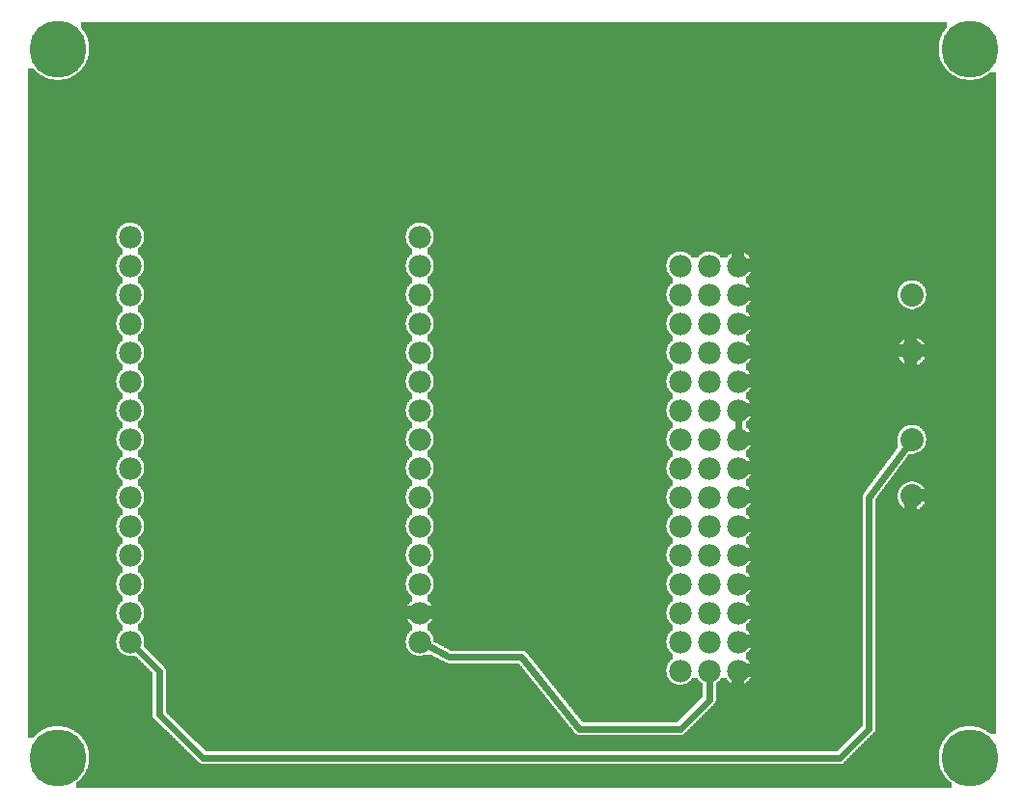
<source format=gtl>
G04 MADE WITH FRITZING*
G04 WWW.FRITZING.ORG*
G04 DOUBLE SIDED*
G04 HOLES PLATED*
G04 CONTOUR ON CENTER OF CONTOUR VECTOR*
%ASAXBY*%
%FSLAX23Y23*%
%MOIN*%
%OFA0B0*%
%SFA1.0B1.0*%
%ADD10C,0.075000*%
%ADD11C,0.196851*%
%ADD12C,0.078000*%
%ADD13C,0.080000*%
%ADD14C,0.024000*%
%LNCOPPER1*%
G90*
G70*
G54D10*
X312Y2621D03*
G54D11*
X144Y2597D03*
X144Y147D03*
X3294Y147D03*
X3294Y2597D03*
G54D12*
X1394Y1947D03*
X1394Y1847D03*
X1394Y1747D03*
X1394Y1647D03*
X1394Y1547D03*
X1394Y1447D03*
X1394Y1347D03*
X1394Y1247D03*
X1394Y1147D03*
X1394Y1047D03*
X1394Y947D03*
X1394Y847D03*
X1394Y747D03*
X1394Y647D03*
X1394Y547D03*
X394Y1947D03*
X394Y1847D03*
X394Y1747D03*
X394Y1647D03*
X394Y1547D03*
X394Y1447D03*
X394Y1347D03*
X394Y1247D03*
X394Y1147D03*
X394Y1047D03*
X394Y947D03*
X394Y847D03*
X394Y747D03*
X394Y647D03*
X394Y547D03*
X2494Y647D03*
X2394Y647D03*
X2294Y647D03*
X2494Y1647D03*
X2394Y1647D03*
X2294Y1647D03*
X2494Y1347D03*
X2394Y1347D03*
X2294Y1347D03*
X2494Y1747D03*
X2394Y1747D03*
X2294Y1747D03*
X2494Y1147D03*
X2394Y1147D03*
X2294Y1147D03*
X2494Y1247D03*
X2394Y1247D03*
X2294Y1247D03*
X2494Y1447D03*
X2394Y1447D03*
X2294Y1447D03*
X2494Y1547D03*
X2394Y1547D03*
X2294Y1547D03*
X2494Y1847D03*
X2394Y1847D03*
X2294Y1847D03*
X2494Y1047D03*
X2394Y1047D03*
X2294Y1047D03*
X2494Y947D03*
X2394Y947D03*
X2294Y947D03*
X2494Y547D03*
X2394Y547D03*
X2294Y547D03*
X2494Y447D03*
X2394Y447D03*
X2294Y447D03*
X2494Y847D03*
X2394Y847D03*
X2294Y847D03*
X2494Y747D03*
X2394Y747D03*
X2294Y747D03*
G54D13*
X3094Y1747D03*
X3094Y1551D03*
X3094Y1247D03*
X3094Y1051D03*
G54D14*
X1494Y496D02*
X1745Y496D01*
D02*
X494Y447D02*
X494Y296D01*
D02*
X2945Y247D02*
X2945Y1047D01*
D02*
X2945Y1047D02*
X3073Y1219D01*
D02*
X2845Y147D02*
X2945Y247D01*
D02*
X645Y147D02*
X2845Y147D01*
D02*
X494Y296D02*
X645Y147D01*
D02*
X415Y526D02*
X494Y447D01*
D02*
X2394Y347D02*
X2394Y417D01*
D02*
X2294Y247D02*
X2394Y347D01*
D02*
X1945Y247D02*
X2294Y247D01*
D02*
X1745Y496D02*
X1945Y247D01*
D02*
X1420Y534D02*
X1494Y496D01*
D02*
X2494Y1317D02*
X2494Y1278D01*
G36*
X224Y2689D02*
X224Y2669D01*
X226Y2669D01*
X226Y2667D01*
X228Y2667D01*
X228Y2663D01*
X230Y2663D01*
X230Y2661D01*
X232Y2661D01*
X232Y2659D01*
X234Y2659D01*
X234Y2655D01*
X236Y2655D01*
X236Y2653D01*
X238Y2653D01*
X238Y2649D01*
X240Y2649D01*
X240Y2645D01*
X242Y2645D01*
X242Y2641D01*
X244Y2641D01*
X244Y2635D01*
X246Y2635D01*
X246Y2629D01*
X248Y2629D01*
X248Y2621D01*
X250Y2621D01*
X250Y2611D01*
X252Y2611D01*
X252Y2585D01*
X250Y2585D01*
X250Y2573D01*
X248Y2573D01*
X248Y2565D01*
X246Y2565D01*
X246Y2559D01*
X244Y2559D01*
X244Y2555D01*
X242Y2555D01*
X242Y2551D01*
X240Y2551D01*
X240Y2547D01*
X238Y2547D01*
X238Y2543D01*
X236Y2543D01*
X236Y2539D01*
X234Y2539D01*
X234Y2537D01*
X232Y2537D01*
X232Y2533D01*
X230Y2533D01*
X230Y2531D01*
X228Y2531D01*
X228Y2529D01*
X226Y2529D01*
X226Y2527D01*
X224Y2527D01*
X224Y2523D01*
X222Y2523D01*
X222Y2521D01*
X220Y2521D01*
X220Y2519D01*
X218Y2519D01*
X218Y2517D01*
X214Y2517D01*
X214Y2515D01*
X212Y2515D01*
X212Y2513D01*
X210Y2513D01*
X210Y2511D01*
X208Y2511D01*
X208Y2509D01*
X204Y2509D01*
X204Y2507D01*
X202Y2507D01*
X202Y2505D01*
X198Y2505D01*
X198Y2503D01*
X194Y2503D01*
X194Y2501D01*
X190Y2501D01*
X190Y2499D01*
X186Y2499D01*
X186Y2497D01*
X182Y2497D01*
X182Y2495D01*
X176Y2495D01*
X176Y2493D01*
X168Y2493D01*
X168Y2491D01*
X156Y2491D01*
X156Y2489D01*
X3280Y2489D01*
X3280Y2491D01*
X3270Y2491D01*
X3270Y2493D01*
X3262Y2493D01*
X3262Y2495D01*
X3256Y2495D01*
X3256Y2497D01*
X3250Y2497D01*
X3250Y2499D01*
X3246Y2499D01*
X3246Y2501D01*
X3242Y2501D01*
X3242Y2503D01*
X3240Y2503D01*
X3240Y2505D01*
X3236Y2505D01*
X3236Y2507D01*
X3232Y2507D01*
X3232Y2509D01*
X3230Y2509D01*
X3230Y2511D01*
X3228Y2511D01*
X3228Y2513D01*
X3224Y2513D01*
X3224Y2515D01*
X3222Y2515D01*
X3222Y2517D01*
X3220Y2517D01*
X3220Y2519D01*
X3218Y2519D01*
X3218Y2521D01*
X3216Y2521D01*
X3216Y2523D01*
X3214Y2523D01*
X3214Y2525D01*
X3212Y2525D01*
X3212Y2527D01*
X3210Y2527D01*
X3210Y2529D01*
X3208Y2529D01*
X3208Y2533D01*
X3206Y2533D01*
X3206Y2535D01*
X3204Y2535D01*
X3204Y2539D01*
X3202Y2539D01*
X3202Y2541D01*
X3200Y2541D01*
X3200Y2545D01*
X3198Y2545D01*
X3198Y2549D01*
X3196Y2549D01*
X3196Y2553D01*
X3194Y2553D01*
X3194Y2557D01*
X3192Y2557D01*
X3192Y2563D01*
X3190Y2563D01*
X3190Y2569D01*
X3188Y2569D01*
X3188Y2579D01*
X3186Y2579D01*
X3186Y2617D01*
X3188Y2617D01*
X3188Y2625D01*
X3190Y2625D01*
X3190Y2633D01*
X3192Y2633D01*
X3192Y2637D01*
X3194Y2637D01*
X3194Y2643D01*
X3196Y2643D01*
X3196Y2647D01*
X3198Y2647D01*
X3198Y2651D01*
X3200Y2651D01*
X3200Y2653D01*
X3202Y2653D01*
X3202Y2657D01*
X3204Y2657D01*
X3204Y2659D01*
X3206Y2659D01*
X3206Y2663D01*
X3208Y2663D01*
X3208Y2665D01*
X3210Y2665D01*
X3210Y2667D01*
X3212Y2667D01*
X3212Y2669D01*
X3214Y2669D01*
X3214Y2689D01*
X224Y2689D01*
G37*
D02*
G36*
X40Y2529D02*
X40Y2489D01*
X130Y2489D01*
X130Y2491D01*
X120Y2491D01*
X120Y2493D01*
X112Y2493D01*
X112Y2495D01*
X106Y2495D01*
X106Y2497D01*
X100Y2497D01*
X100Y2499D01*
X96Y2499D01*
X96Y2501D01*
X92Y2501D01*
X92Y2503D01*
X90Y2503D01*
X90Y2505D01*
X86Y2505D01*
X86Y2507D01*
X82Y2507D01*
X82Y2509D01*
X80Y2509D01*
X80Y2511D01*
X78Y2511D01*
X78Y2513D01*
X74Y2513D01*
X74Y2515D01*
X72Y2515D01*
X72Y2517D01*
X70Y2517D01*
X70Y2519D01*
X68Y2519D01*
X68Y2521D01*
X66Y2521D01*
X66Y2523D01*
X64Y2523D01*
X64Y2525D01*
X62Y2525D01*
X62Y2527D01*
X60Y2527D01*
X60Y2529D01*
X40Y2529D01*
G37*
D02*
G36*
X3364Y2517D02*
X3364Y2515D01*
X3362Y2515D01*
X3362Y2513D01*
X3360Y2513D01*
X3360Y2511D01*
X3358Y2511D01*
X3358Y2509D01*
X3354Y2509D01*
X3354Y2507D01*
X3352Y2507D01*
X3352Y2505D01*
X3348Y2505D01*
X3348Y2503D01*
X3344Y2503D01*
X3344Y2501D01*
X3340Y2501D01*
X3340Y2499D01*
X3336Y2499D01*
X3336Y2497D01*
X3332Y2497D01*
X3332Y2495D01*
X3326Y2495D01*
X3326Y2493D01*
X3318Y2493D01*
X3318Y2491D01*
X3306Y2491D01*
X3306Y2489D01*
X3384Y2489D01*
X3384Y2517D01*
X3364Y2517D01*
G37*
D02*
G36*
X40Y2489D02*
X40Y2487D01*
X3384Y2487D01*
X3384Y2489D01*
X40Y2489D01*
G37*
D02*
G36*
X40Y2489D02*
X40Y2487D01*
X3384Y2487D01*
X3384Y2489D01*
X40Y2489D01*
G37*
D02*
G36*
X40Y2489D02*
X40Y2487D01*
X3384Y2487D01*
X3384Y2489D01*
X40Y2489D01*
G37*
D02*
G36*
X40Y2487D02*
X40Y1997D01*
X1400Y1997D01*
X1400Y1995D01*
X1408Y1995D01*
X1408Y1993D01*
X1414Y1993D01*
X1414Y1991D01*
X1418Y1991D01*
X1418Y1989D01*
X1420Y1989D01*
X1420Y1987D01*
X1424Y1987D01*
X1424Y1985D01*
X1426Y1985D01*
X1426Y1983D01*
X1428Y1983D01*
X1428Y1981D01*
X1430Y1981D01*
X1430Y1979D01*
X1432Y1979D01*
X1432Y1977D01*
X1434Y1977D01*
X1434Y1973D01*
X1436Y1973D01*
X1436Y1969D01*
X1438Y1969D01*
X1438Y1965D01*
X1440Y1965D01*
X1440Y1959D01*
X1442Y1959D01*
X1442Y1937D01*
X1440Y1937D01*
X1440Y1929D01*
X1438Y1929D01*
X1438Y1925D01*
X1436Y1925D01*
X1436Y1921D01*
X1434Y1921D01*
X1434Y1919D01*
X1432Y1919D01*
X1432Y1917D01*
X1430Y1917D01*
X1430Y1913D01*
X1428Y1913D01*
X1428Y1911D01*
X1424Y1911D01*
X1424Y1909D01*
X1422Y1909D01*
X1422Y1907D01*
X1420Y1907D01*
X1420Y1897D01*
X2500Y1897D01*
X2500Y1895D01*
X2508Y1895D01*
X2508Y1893D01*
X2514Y1893D01*
X2514Y1891D01*
X2518Y1891D01*
X2518Y1889D01*
X2520Y1889D01*
X2520Y1887D01*
X2524Y1887D01*
X2524Y1885D01*
X2526Y1885D01*
X2526Y1883D01*
X2528Y1883D01*
X2528Y1881D01*
X2530Y1881D01*
X2530Y1879D01*
X2532Y1879D01*
X2532Y1877D01*
X2534Y1877D01*
X2534Y1873D01*
X2536Y1873D01*
X2536Y1869D01*
X2538Y1869D01*
X2538Y1865D01*
X2540Y1865D01*
X2540Y1859D01*
X2542Y1859D01*
X2542Y1837D01*
X2540Y1837D01*
X2540Y1829D01*
X2538Y1829D01*
X2538Y1825D01*
X2536Y1825D01*
X2536Y1821D01*
X2534Y1821D01*
X2534Y1819D01*
X2532Y1819D01*
X2532Y1817D01*
X2530Y1817D01*
X2530Y1813D01*
X2528Y1813D01*
X2528Y1811D01*
X2524Y1811D01*
X2524Y1809D01*
X2522Y1809D01*
X2522Y1807D01*
X2520Y1807D01*
X2520Y1797D01*
X3106Y1797D01*
X3106Y1795D01*
X3112Y1795D01*
X3112Y1793D01*
X3116Y1793D01*
X3116Y1791D01*
X3120Y1791D01*
X3120Y1789D01*
X3122Y1789D01*
X3122Y1787D01*
X3126Y1787D01*
X3126Y1785D01*
X3128Y1785D01*
X3128Y1783D01*
X3130Y1783D01*
X3130Y1781D01*
X3132Y1781D01*
X3132Y1777D01*
X3134Y1777D01*
X3134Y1775D01*
X3136Y1775D01*
X3136Y1771D01*
X3138Y1771D01*
X3138Y1769D01*
X3140Y1769D01*
X3140Y1763D01*
X3142Y1763D01*
X3142Y1753D01*
X3144Y1753D01*
X3144Y1741D01*
X3142Y1741D01*
X3142Y1733D01*
X3140Y1733D01*
X3140Y1727D01*
X3138Y1727D01*
X3138Y1723D01*
X3136Y1723D01*
X3136Y1719D01*
X3134Y1719D01*
X3134Y1717D01*
X3132Y1717D01*
X3132Y1715D01*
X3130Y1715D01*
X3130Y1713D01*
X3128Y1713D01*
X3128Y1711D01*
X3126Y1711D01*
X3126Y1709D01*
X3124Y1709D01*
X3124Y1707D01*
X3122Y1707D01*
X3122Y1705D01*
X3118Y1705D01*
X3118Y1703D01*
X3114Y1703D01*
X3114Y1701D01*
X3108Y1701D01*
X3108Y1699D01*
X3100Y1699D01*
X3100Y1697D01*
X3384Y1697D01*
X3384Y2487D01*
X40Y2487D01*
G37*
D02*
G36*
X40Y1997D02*
X40Y255D01*
X162Y255D01*
X162Y253D01*
X172Y253D01*
X172Y251D01*
X178Y251D01*
X178Y249D01*
X184Y249D01*
X184Y247D01*
X188Y247D01*
X188Y245D01*
X192Y245D01*
X192Y243D01*
X196Y243D01*
X196Y241D01*
X200Y241D01*
X200Y239D01*
X202Y239D01*
X202Y237D01*
X206Y237D01*
X206Y235D01*
X208Y235D01*
X208Y233D01*
X212Y233D01*
X212Y231D01*
X214Y231D01*
X214Y229D01*
X216Y229D01*
X216Y227D01*
X218Y227D01*
X218Y225D01*
X220Y225D01*
X220Y223D01*
X222Y223D01*
X222Y221D01*
X224Y221D01*
X224Y219D01*
X226Y219D01*
X226Y217D01*
X228Y217D01*
X228Y213D01*
X230Y213D01*
X230Y211D01*
X232Y211D01*
X232Y209D01*
X234Y209D01*
X234Y205D01*
X236Y205D01*
X236Y203D01*
X238Y203D01*
X238Y199D01*
X240Y199D01*
X240Y195D01*
X242Y195D01*
X242Y191D01*
X244Y191D01*
X244Y185D01*
X246Y185D01*
X246Y179D01*
X248Y179D01*
X248Y171D01*
X250Y171D01*
X250Y161D01*
X252Y161D01*
X252Y135D01*
X250Y135D01*
X250Y125D01*
X642Y125D01*
X642Y127D01*
X636Y127D01*
X636Y129D01*
X632Y129D01*
X632Y131D01*
X630Y131D01*
X630Y133D01*
X628Y133D01*
X628Y135D01*
X626Y135D01*
X626Y137D01*
X624Y137D01*
X624Y139D01*
X622Y139D01*
X622Y141D01*
X620Y141D01*
X620Y143D01*
X618Y143D01*
X618Y145D01*
X616Y145D01*
X616Y147D01*
X614Y147D01*
X614Y149D01*
X612Y149D01*
X612Y151D01*
X610Y151D01*
X610Y153D01*
X608Y153D01*
X608Y155D01*
X606Y155D01*
X606Y157D01*
X604Y157D01*
X604Y159D01*
X602Y159D01*
X602Y161D01*
X600Y161D01*
X600Y163D01*
X596Y163D01*
X596Y165D01*
X594Y165D01*
X594Y167D01*
X592Y167D01*
X592Y169D01*
X590Y169D01*
X590Y171D01*
X588Y171D01*
X588Y173D01*
X586Y173D01*
X586Y175D01*
X584Y175D01*
X584Y177D01*
X582Y177D01*
X582Y179D01*
X580Y179D01*
X580Y181D01*
X578Y181D01*
X578Y183D01*
X576Y183D01*
X576Y185D01*
X574Y185D01*
X574Y187D01*
X572Y187D01*
X572Y189D01*
X570Y189D01*
X570Y191D01*
X568Y191D01*
X568Y193D01*
X566Y193D01*
X566Y195D01*
X564Y195D01*
X564Y197D01*
X562Y197D01*
X562Y199D01*
X560Y199D01*
X560Y201D01*
X558Y201D01*
X558Y203D01*
X556Y203D01*
X556Y205D01*
X554Y205D01*
X554Y207D01*
X552Y207D01*
X552Y209D01*
X550Y209D01*
X550Y211D01*
X548Y211D01*
X548Y213D01*
X546Y213D01*
X546Y215D01*
X544Y215D01*
X544Y217D01*
X542Y217D01*
X542Y219D01*
X540Y219D01*
X540Y221D01*
X538Y221D01*
X538Y223D01*
X536Y223D01*
X536Y225D01*
X534Y225D01*
X534Y227D01*
X532Y227D01*
X532Y229D01*
X530Y229D01*
X530Y231D01*
X528Y231D01*
X528Y233D01*
X526Y233D01*
X526Y235D01*
X524Y235D01*
X524Y237D01*
X522Y237D01*
X522Y239D01*
X520Y239D01*
X520Y241D01*
X518Y241D01*
X518Y243D01*
X514Y243D01*
X514Y245D01*
X512Y245D01*
X512Y247D01*
X510Y247D01*
X510Y249D01*
X508Y249D01*
X508Y251D01*
X506Y251D01*
X506Y253D01*
X504Y253D01*
X504Y255D01*
X502Y255D01*
X502Y257D01*
X500Y257D01*
X500Y259D01*
X498Y259D01*
X498Y261D01*
X496Y261D01*
X496Y263D01*
X494Y263D01*
X494Y265D01*
X492Y265D01*
X492Y267D01*
X490Y267D01*
X490Y269D01*
X488Y269D01*
X488Y271D01*
X486Y271D01*
X486Y273D01*
X484Y273D01*
X484Y275D01*
X482Y275D01*
X482Y277D01*
X480Y277D01*
X480Y279D01*
X478Y279D01*
X478Y281D01*
X476Y281D01*
X476Y283D01*
X474Y283D01*
X474Y287D01*
X472Y287D01*
X472Y439D01*
X470Y439D01*
X470Y441D01*
X468Y441D01*
X468Y443D01*
X466Y443D01*
X466Y445D01*
X464Y445D01*
X464Y447D01*
X462Y447D01*
X462Y449D01*
X460Y449D01*
X460Y451D01*
X458Y451D01*
X458Y453D01*
X456Y453D01*
X456Y455D01*
X454Y455D01*
X454Y457D01*
X452Y457D01*
X452Y459D01*
X450Y459D01*
X450Y461D01*
X448Y461D01*
X448Y463D01*
X446Y463D01*
X446Y465D01*
X444Y465D01*
X444Y467D01*
X442Y467D01*
X442Y469D01*
X440Y469D01*
X440Y471D01*
X438Y471D01*
X438Y473D01*
X436Y473D01*
X436Y475D01*
X434Y475D01*
X434Y477D01*
X432Y477D01*
X432Y479D01*
X430Y479D01*
X430Y481D01*
X428Y481D01*
X428Y483D01*
X426Y483D01*
X426Y485D01*
X424Y485D01*
X424Y487D01*
X422Y487D01*
X422Y489D01*
X420Y489D01*
X420Y491D01*
X418Y491D01*
X418Y493D01*
X416Y493D01*
X416Y495D01*
X414Y495D01*
X414Y497D01*
X412Y497D01*
X412Y499D01*
X382Y499D01*
X382Y501D01*
X376Y501D01*
X376Y503D01*
X372Y503D01*
X372Y505D01*
X368Y505D01*
X368Y507D01*
X364Y507D01*
X364Y509D01*
X362Y509D01*
X362Y511D01*
X360Y511D01*
X360Y513D01*
X358Y513D01*
X358Y515D01*
X356Y515D01*
X356Y517D01*
X354Y517D01*
X354Y521D01*
X352Y521D01*
X352Y523D01*
X350Y523D01*
X350Y527D01*
X348Y527D01*
X348Y533D01*
X346Y533D01*
X346Y541D01*
X344Y541D01*
X344Y553D01*
X346Y553D01*
X346Y563D01*
X348Y563D01*
X348Y567D01*
X350Y567D01*
X350Y571D01*
X352Y571D01*
X352Y575D01*
X354Y575D01*
X354Y577D01*
X356Y577D01*
X356Y579D01*
X358Y579D01*
X358Y583D01*
X362Y583D01*
X362Y585D01*
X364Y585D01*
X364Y587D01*
X366Y587D01*
X366Y607D01*
X364Y607D01*
X364Y609D01*
X362Y609D01*
X362Y611D01*
X360Y611D01*
X360Y613D01*
X358Y613D01*
X358Y615D01*
X356Y615D01*
X356Y617D01*
X354Y617D01*
X354Y621D01*
X352Y621D01*
X352Y623D01*
X350Y623D01*
X350Y627D01*
X348Y627D01*
X348Y633D01*
X346Y633D01*
X346Y641D01*
X344Y641D01*
X344Y653D01*
X346Y653D01*
X346Y663D01*
X348Y663D01*
X348Y667D01*
X350Y667D01*
X350Y671D01*
X352Y671D01*
X352Y675D01*
X354Y675D01*
X354Y677D01*
X356Y677D01*
X356Y679D01*
X358Y679D01*
X358Y683D01*
X362Y683D01*
X362Y685D01*
X364Y685D01*
X364Y687D01*
X366Y687D01*
X366Y707D01*
X364Y707D01*
X364Y709D01*
X362Y709D01*
X362Y711D01*
X360Y711D01*
X360Y713D01*
X358Y713D01*
X358Y715D01*
X356Y715D01*
X356Y717D01*
X354Y717D01*
X354Y721D01*
X352Y721D01*
X352Y723D01*
X350Y723D01*
X350Y727D01*
X348Y727D01*
X348Y733D01*
X346Y733D01*
X346Y741D01*
X344Y741D01*
X344Y753D01*
X346Y753D01*
X346Y763D01*
X348Y763D01*
X348Y767D01*
X350Y767D01*
X350Y771D01*
X352Y771D01*
X352Y775D01*
X354Y775D01*
X354Y777D01*
X356Y777D01*
X356Y779D01*
X358Y779D01*
X358Y783D01*
X362Y783D01*
X362Y785D01*
X364Y785D01*
X364Y787D01*
X366Y787D01*
X366Y807D01*
X364Y807D01*
X364Y809D01*
X362Y809D01*
X362Y811D01*
X360Y811D01*
X360Y813D01*
X358Y813D01*
X358Y815D01*
X356Y815D01*
X356Y817D01*
X354Y817D01*
X354Y821D01*
X352Y821D01*
X352Y823D01*
X350Y823D01*
X350Y827D01*
X348Y827D01*
X348Y833D01*
X346Y833D01*
X346Y841D01*
X344Y841D01*
X344Y853D01*
X346Y853D01*
X346Y863D01*
X348Y863D01*
X348Y867D01*
X350Y867D01*
X350Y871D01*
X352Y871D01*
X352Y875D01*
X354Y875D01*
X354Y877D01*
X356Y877D01*
X356Y879D01*
X358Y879D01*
X358Y883D01*
X362Y883D01*
X362Y885D01*
X364Y885D01*
X364Y887D01*
X366Y887D01*
X366Y907D01*
X364Y907D01*
X364Y909D01*
X362Y909D01*
X362Y911D01*
X360Y911D01*
X360Y913D01*
X358Y913D01*
X358Y915D01*
X356Y915D01*
X356Y917D01*
X354Y917D01*
X354Y921D01*
X352Y921D01*
X352Y923D01*
X350Y923D01*
X350Y927D01*
X348Y927D01*
X348Y933D01*
X346Y933D01*
X346Y941D01*
X344Y941D01*
X344Y953D01*
X346Y953D01*
X346Y963D01*
X348Y963D01*
X348Y967D01*
X350Y967D01*
X350Y971D01*
X352Y971D01*
X352Y975D01*
X354Y975D01*
X354Y977D01*
X356Y977D01*
X356Y979D01*
X358Y979D01*
X358Y983D01*
X362Y983D01*
X362Y985D01*
X364Y985D01*
X364Y987D01*
X366Y987D01*
X366Y1007D01*
X364Y1007D01*
X364Y1009D01*
X362Y1009D01*
X362Y1011D01*
X360Y1011D01*
X360Y1013D01*
X358Y1013D01*
X358Y1015D01*
X356Y1015D01*
X356Y1017D01*
X354Y1017D01*
X354Y1021D01*
X352Y1021D01*
X352Y1023D01*
X350Y1023D01*
X350Y1027D01*
X348Y1027D01*
X348Y1033D01*
X346Y1033D01*
X346Y1041D01*
X344Y1041D01*
X344Y1053D01*
X346Y1053D01*
X346Y1063D01*
X348Y1063D01*
X348Y1067D01*
X350Y1067D01*
X350Y1071D01*
X352Y1071D01*
X352Y1075D01*
X354Y1075D01*
X354Y1077D01*
X356Y1077D01*
X356Y1079D01*
X358Y1079D01*
X358Y1083D01*
X362Y1083D01*
X362Y1085D01*
X364Y1085D01*
X364Y1087D01*
X366Y1087D01*
X366Y1107D01*
X364Y1107D01*
X364Y1109D01*
X362Y1109D01*
X362Y1111D01*
X360Y1111D01*
X360Y1113D01*
X358Y1113D01*
X358Y1115D01*
X356Y1115D01*
X356Y1117D01*
X354Y1117D01*
X354Y1121D01*
X352Y1121D01*
X352Y1123D01*
X350Y1123D01*
X350Y1127D01*
X348Y1127D01*
X348Y1133D01*
X346Y1133D01*
X346Y1141D01*
X344Y1141D01*
X344Y1153D01*
X346Y1153D01*
X346Y1163D01*
X348Y1163D01*
X348Y1167D01*
X350Y1167D01*
X350Y1171D01*
X352Y1171D01*
X352Y1175D01*
X354Y1175D01*
X354Y1177D01*
X356Y1177D01*
X356Y1179D01*
X358Y1179D01*
X358Y1183D01*
X362Y1183D01*
X362Y1185D01*
X364Y1185D01*
X364Y1187D01*
X366Y1187D01*
X366Y1207D01*
X364Y1207D01*
X364Y1209D01*
X362Y1209D01*
X362Y1211D01*
X360Y1211D01*
X360Y1213D01*
X358Y1213D01*
X358Y1215D01*
X356Y1215D01*
X356Y1217D01*
X354Y1217D01*
X354Y1221D01*
X352Y1221D01*
X352Y1223D01*
X350Y1223D01*
X350Y1227D01*
X348Y1227D01*
X348Y1233D01*
X346Y1233D01*
X346Y1241D01*
X344Y1241D01*
X344Y1253D01*
X346Y1253D01*
X346Y1263D01*
X348Y1263D01*
X348Y1267D01*
X350Y1267D01*
X350Y1271D01*
X352Y1271D01*
X352Y1275D01*
X354Y1275D01*
X354Y1277D01*
X356Y1277D01*
X356Y1279D01*
X358Y1279D01*
X358Y1283D01*
X362Y1283D01*
X362Y1285D01*
X364Y1285D01*
X364Y1287D01*
X366Y1287D01*
X366Y1307D01*
X364Y1307D01*
X364Y1309D01*
X362Y1309D01*
X362Y1311D01*
X360Y1311D01*
X360Y1313D01*
X358Y1313D01*
X358Y1315D01*
X356Y1315D01*
X356Y1317D01*
X354Y1317D01*
X354Y1321D01*
X352Y1321D01*
X352Y1323D01*
X350Y1323D01*
X350Y1327D01*
X348Y1327D01*
X348Y1333D01*
X346Y1333D01*
X346Y1341D01*
X344Y1341D01*
X344Y1353D01*
X346Y1353D01*
X346Y1363D01*
X348Y1363D01*
X348Y1367D01*
X350Y1367D01*
X350Y1371D01*
X352Y1371D01*
X352Y1375D01*
X354Y1375D01*
X354Y1377D01*
X356Y1377D01*
X356Y1379D01*
X358Y1379D01*
X358Y1383D01*
X362Y1383D01*
X362Y1385D01*
X364Y1385D01*
X364Y1387D01*
X366Y1387D01*
X366Y1407D01*
X364Y1407D01*
X364Y1409D01*
X362Y1409D01*
X362Y1411D01*
X360Y1411D01*
X360Y1413D01*
X358Y1413D01*
X358Y1415D01*
X356Y1415D01*
X356Y1417D01*
X354Y1417D01*
X354Y1421D01*
X352Y1421D01*
X352Y1423D01*
X350Y1423D01*
X350Y1427D01*
X348Y1427D01*
X348Y1433D01*
X346Y1433D01*
X346Y1441D01*
X344Y1441D01*
X344Y1453D01*
X346Y1453D01*
X346Y1463D01*
X348Y1463D01*
X348Y1467D01*
X350Y1467D01*
X350Y1471D01*
X352Y1471D01*
X352Y1475D01*
X354Y1475D01*
X354Y1477D01*
X356Y1477D01*
X356Y1479D01*
X358Y1479D01*
X358Y1483D01*
X362Y1483D01*
X362Y1485D01*
X364Y1485D01*
X364Y1487D01*
X366Y1487D01*
X366Y1507D01*
X364Y1507D01*
X364Y1509D01*
X362Y1509D01*
X362Y1511D01*
X360Y1511D01*
X360Y1513D01*
X358Y1513D01*
X358Y1515D01*
X356Y1515D01*
X356Y1517D01*
X354Y1517D01*
X354Y1521D01*
X352Y1521D01*
X352Y1523D01*
X350Y1523D01*
X350Y1527D01*
X348Y1527D01*
X348Y1533D01*
X346Y1533D01*
X346Y1541D01*
X344Y1541D01*
X344Y1553D01*
X346Y1553D01*
X346Y1563D01*
X348Y1563D01*
X348Y1567D01*
X350Y1567D01*
X350Y1571D01*
X352Y1571D01*
X352Y1575D01*
X354Y1575D01*
X354Y1577D01*
X356Y1577D01*
X356Y1579D01*
X358Y1579D01*
X358Y1583D01*
X362Y1583D01*
X362Y1585D01*
X364Y1585D01*
X364Y1587D01*
X366Y1587D01*
X366Y1607D01*
X364Y1607D01*
X364Y1609D01*
X362Y1609D01*
X362Y1611D01*
X360Y1611D01*
X360Y1613D01*
X358Y1613D01*
X358Y1615D01*
X356Y1615D01*
X356Y1617D01*
X354Y1617D01*
X354Y1621D01*
X352Y1621D01*
X352Y1623D01*
X350Y1623D01*
X350Y1627D01*
X348Y1627D01*
X348Y1633D01*
X346Y1633D01*
X346Y1641D01*
X344Y1641D01*
X344Y1653D01*
X346Y1653D01*
X346Y1663D01*
X348Y1663D01*
X348Y1667D01*
X350Y1667D01*
X350Y1671D01*
X352Y1671D01*
X352Y1675D01*
X354Y1675D01*
X354Y1677D01*
X356Y1677D01*
X356Y1679D01*
X358Y1679D01*
X358Y1683D01*
X362Y1683D01*
X362Y1685D01*
X364Y1685D01*
X364Y1687D01*
X366Y1687D01*
X366Y1707D01*
X364Y1707D01*
X364Y1709D01*
X362Y1709D01*
X362Y1711D01*
X360Y1711D01*
X360Y1713D01*
X358Y1713D01*
X358Y1715D01*
X356Y1715D01*
X356Y1717D01*
X354Y1717D01*
X354Y1721D01*
X352Y1721D01*
X352Y1723D01*
X350Y1723D01*
X350Y1727D01*
X348Y1727D01*
X348Y1733D01*
X346Y1733D01*
X346Y1741D01*
X344Y1741D01*
X344Y1753D01*
X346Y1753D01*
X346Y1763D01*
X348Y1763D01*
X348Y1767D01*
X350Y1767D01*
X350Y1771D01*
X352Y1771D01*
X352Y1775D01*
X354Y1775D01*
X354Y1777D01*
X356Y1777D01*
X356Y1779D01*
X358Y1779D01*
X358Y1783D01*
X362Y1783D01*
X362Y1785D01*
X364Y1785D01*
X364Y1787D01*
X366Y1787D01*
X366Y1807D01*
X364Y1807D01*
X364Y1809D01*
X362Y1809D01*
X362Y1811D01*
X360Y1811D01*
X360Y1813D01*
X358Y1813D01*
X358Y1815D01*
X356Y1815D01*
X356Y1817D01*
X354Y1817D01*
X354Y1821D01*
X352Y1821D01*
X352Y1823D01*
X350Y1823D01*
X350Y1827D01*
X348Y1827D01*
X348Y1833D01*
X346Y1833D01*
X346Y1841D01*
X344Y1841D01*
X344Y1853D01*
X346Y1853D01*
X346Y1863D01*
X348Y1863D01*
X348Y1867D01*
X350Y1867D01*
X350Y1871D01*
X352Y1871D01*
X352Y1875D01*
X354Y1875D01*
X354Y1877D01*
X356Y1877D01*
X356Y1879D01*
X358Y1879D01*
X358Y1883D01*
X362Y1883D01*
X362Y1885D01*
X364Y1885D01*
X364Y1887D01*
X366Y1887D01*
X366Y1907D01*
X364Y1907D01*
X364Y1909D01*
X362Y1909D01*
X362Y1911D01*
X360Y1911D01*
X360Y1913D01*
X358Y1913D01*
X358Y1915D01*
X356Y1915D01*
X356Y1917D01*
X354Y1917D01*
X354Y1921D01*
X352Y1921D01*
X352Y1923D01*
X350Y1923D01*
X350Y1927D01*
X348Y1927D01*
X348Y1933D01*
X346Y1933D01*
X346Y1941D01*
X344Y1941D01*
X344Y1953D01*
X346Y1953D01*
X346Y1963D01*
X348Y1963D01*
X348Y1967D01*
X350Y1967D01*
X350Y1971D01*
X352Y1971D01*
X352Y1975D01*
X354Y1975D01*
X354Y1977D01*
X356Y1977D01*
X356Y1979D01*
X358Y1979D01*
X358Y1983D01*
X362Y1983D01*
X362Y1985D01*
X364Y1985D01*
X364Y1987D01*
X366Y1987D01*
X366Y1989D01*
X370Y1989D01*
X370Y1991D01*
X374Y1991D01*
X374Y1993D01*
X378Y1993D01*
X378Y1995D01*
X388Y1995D01*
X388Y1997D01*
X40Y1997D01*
G37*
D02*
G36*
X400Y1997D02*
X400Y1995D01*
X408Y1995D01*
X408Y1993D01*
X414Y1993D01*
X414Y1991D01*
X418Y1991D01*
X418Y1989D01*
X420Y1989D01*
X420Y1987D01*
X424Y1987D01*
X424Y1985D01*
X426Y1985D01*
X426Y1983D01*
X428Y1983D01*
X428Y1981D01*
X430Y1981D01*
X430Y1979D01*
X432Y1979D01*
X432Y1977D01*
X434Y1977D01*
X434Y1973D01*
X436Y1973D01*
X436Y1969D01*
X438Y1969D01*
X438Y1965D01*
X440Y1965D01*
X440Y1959D01*
X442Y1959D01*
X442Y1937D01*
X440Y1937D01*
X440Y1929D01*
X438Y1929D01*
X438Y1925D01*
X436Y1925D01*
X436Y1921D01*
X434Y1921D01*
X434Y1919D01*
X432Y1919D01*
X432Y1917D01*
X430Y1917D01*
X430Y1913D01*
X428Y1913D01*
X428Y1911D01*
X424Y1911D01*
X424Y1909D01*
X422Y1909D01*
X422Y1907D01*
X420Y1907D01*
X420Y1887D01*
X424Y1887D01*
X424Y1885D01*
X426Y1885D01*
X426Y1883D01*
X428Y1883D01*
X428Y1881D01*
X430Y1881D01*
X430Y1879D01*
X432Y1879D01*
X432Y1877D01*
X434Y1877D01*
X434Y1873D01*
X436Y1873D01*
X436Y1869D01*
X438Y1869D01*
X438Y1865D01*
X440Y1865D01*
X440Y1859D01*
X442Y1859D01*
X442Y1837D01*
X440Y1837D01*
X440Y1829D01*
X438Y1829D01*
X438Y1825D01*
X436Y1825D01*
X436Y1821D01*
X434Y1821D01*
X434Y1819D01*
X432Y1819D01*
X432Y1817D01*
X430Y1817D01*
X430Y1813D01*
X428Y1813D01*
X428Y1811D01*
X424Y1811D01*
X424Y1809D01*
X422Y1809D01*
X422Y1807D01*
X420Y1807D01*
X420Y1787D01*
X424Y1787D01*
X424Y1785D01*
X426Y1785D01*
X426Y1783D01*
X428Y1783D01*
X428Y1781D01*
X430Y1781D01*
X430Y1779D01*
X432Y1779D01*
X432Y1777D01*
X434Y1777D01*
X434Y1773D01*
X436Y1773D01*
X436Y1769D01*
X438Y1769D01*
X438Y1765D01*
X440Y1765D01*
X440Y1759D01*
X442Y1759D01*
X442Y1737D01*
X440Y1737D01*
X440Y1729D01*
X438Y1729D01*
X438Y1725D01*
X436Y1725D01*
X436Y1721D01*
X434Y1721D01*
X434Y1719D01*
X432Y1719D01*
X432Y1717D01*
X430Y1717D01*
X430Y1713D01*
X428Y1713D01*
X428Y1711D01*
X424Y1711D01*
X424Y1709D01*
X422Y1709D01*
X422Y1707D01*
X420Y1707D01*
X420Y1687D01*
X424Y1687D01*
X424Y1685D01*
X426Y1685D01*
X426Y1683D01*
X428Y1683D01*
X428Y1681D01*
X430Y1681D01*
X430Y1679D01*
X432Y1679D01*
X432Y1677D01*
X434Y1677D01*
X434Y1673D01*
X436Y1673D01*
X436Y1669D01*
X438Y1669D01*
X438Y1665D01*
X440Y1665D01*
X440Y1659D01*
X442Y1659D01*
X442Y1637D01*
X440Y1637D01*
X440Y1629D01*
X438Y1629D01*
X438Y1625D01*
X436Y1625D01*
X436Y1621D01*
X434Y1621D01*
X434Y1619D01*
X432Y1619D01*
X432Y1617D01*
X430Y1617D01*
X430Y1613D01*
X428Y1613D01*
X428Y1611D01*
X424Y1611D01*
X424Y1609D01*
X422Y1609D01*
X422Y1607D01*
X420Y1607D01*
X420Y1587D01*
X424Y1587D01*
X424Y1585D01*
X426Y1585D01*
X426Y1583D01*
X428Y1583D01*
X428Y1581D01*
X430Y1581D01*
X430Y1579D01*
X432Y1579D01*
X432Y1577D01*
X434Y1577D01*
X434Y1573D01*
X436Y1573D01*
X436Y1569D01*
X438Y1569D01*
X438Y1565D01*
X440Y1565D01*
X440Y1559D01*
X442Y1559D01*
X442Y1537D01*
X440Y1537D01*
X440Y1529D01*
X438Y1529D01*
X438Y1525D01*
X436Y1525D01*
X436Y1521D01*
X434Y1521D01*
X434Y1519D01*
X432Y1519D01*
X432Y1517D01*
X430Y1517D01*
X430Y1513D01*
X428Y1513D01*
X428Y1511D01*
X424Y1511D01*
X424Y1509D01*
X422Y1509D01*
X422Y1507D01*
X420Y1507D01*
X420Y1487D01*
X424Y1487D01*
X424Y1485D01*
X426Y1485D01*
X426Y1483D01*
X428Y1483D01*
X428Y1481D01*
X430Y1481D01*
X430Y1479D01*
X432Y1479D01*
X432Y1477D01*
X434Y1477D01*
X434Y1473D01*
X436Y1473D01*
X436Y1469D01*
X438Y1469D01*
X438Y1465D01*
X440Y1465D01*
X440Y1459D01*
X442Y1459D01*
X442Y1437D01*
X440Y1437D01*
X440Y1429D01*
X438Y1429D01*
X438Y1425D01*
X436Y1425D01*
X436Y1421D01*
X434Y1421D01*
X434Y1419D01*
X432Y1419D01*
X432Y1417D01*
X430Y1417D01*
X430Y1413D01*
X428Y1413D01*
X428Y1411D01*
X424Y1411D01*
X424Y1409D01*
X422Y1409D01*
X422Y1407D01*
X420Y1407D01*
X420Y1387D01*
X424Y1387D01*
X424Y1385D01*
X426Y1385D01*
X426Y1383D01*
X428Y1383D01*
X428Y1381D01*
X430Y1381D01*
X430Y1379D01*
X432Y1379D01*
X432Y1377D01*
X434Y1377D01*
X434Y1373D01*
X436Y1373D01*
X436Y1369D01*
X438Y1369D01*
X438Y1365D01*
X440Y1365D01*
X440Y1359D01*
X442Y1359D01*
X442Y1337D01*
X440Y1337D01*
X440Y1329D01*
X438Y1329D01*
X438Y1325D01*
X436Y1325D01*
X436Y1321D01*
X434Y1321D01*
X434Y1319D01*
X432Y1319D01*
X432Y1317D01*
X430Y1317D01*
X430Y1313D01*
X428Y1313D01*
X428Y1311D01*
X424Y1311D01*
X424Y1309D01*
X422Y1309D01*
X422Y1307D01*
X420Y1307D01*
X420Y1287D01*
X424Y1287D01*
X424Y1285D01*
X426Y1285D01*
X426Y1283D01*
X428Y1283D01*
X428Y1281D01*
X430Y1281D01*
X430Y1279D01*
X432Y1279D01*
X432Y1277D01*
X434Y1277D01*
X434Y1273D01*
X436Y1273D01*
X436Y1269D01*
X438Y1269D01*
X438Y1265D01*
X440Y1265D01*
X440Y1259D01*
X442Y1259D01*
X442Y1237D01*
X440Y1237D01*
X440Y1229D01*
X438Y1229D01*
X438Y1225D01*
X436Y1225D01*
X436Y1221D01*
X434Y1221D01*
X434Y1219D01*
X432Y1219D01*
X432Y1217D01*
X430Y1217D01*
X430Y1213D01*
X428Y1213D01*
X428Y1211D01*
X424Y1211D01*
X424Y1209D01*
X422Y1209D01*
X422Y1207D01*
X420Y1207D01*
X420Y1187D01*
X424Y1187D01*
X424Y1185D01*
X426Y1185D01*
X426Y1183D01*
X428Y1183D01*
X428Y1181D01*
X430Y1181D01*
X430Y1179D01*
X432Y1179D01*
X432Y1177D01*
X434Y1177D01*
X434Y1173D01*
X436Y1173D01*
X436Y1169D01*
X438Y1169D01*
X438Y1165D01*
X440Y1165D01*
X440Y1159D01*
X442Y1159D01*
X442Y1137D01*
X440Y1137D01*
X440Y1129D01*
X438Y1129D01*
X438Y1125D01*
X436Y1125D01*
X436Y1121D01*
X434Y1121D01*
X434Y1119D01*
X432Y1119D01*
X432Y1117D01*
X430Y1117D01*
X430Y1113D01*
X428Y1113D01*
X428Y1111D01*
X424Y1111D01*
X424Y1109D01*
X422Y1109D01*
X422Y1107D01*
X420Y1107D01*
X420Y1087D01*
X424Y1087D01*
X424Y1085D01*
X426Y1085D01*
X426Y1083D01*
X428Y1083D01*
X428Y1081D01*
X430Y1081D01*
X430Y1079D01*
X432Y1079D01*
X432Y1077D01*
X434Y1077D01*
X434Y1073D01*
X436Y1073D01*
X436Y1069D01*
X438Y1069D01*
X438Y1065D01*
X440Y1065D01*
X440Y1059D01*
X442Y1059D01*
X442Y1037D01*
X440Y1037D01*
X440Y1029D01*
X438Y1029D01*
X438Y1025D01*
X436Y1025D01*
X436Y1021D01*
X434Y1021D01*
X434Y1019D01*
X432Y1019D01*
X432Y1017D01*
X430Y1017D01*
X430Y1013D01*
X428Y1013D01*
X428Y1011D01*
X424Y1011D01*
X424Y1009D01*
X422Y1009D01*
X422Y1007D01*
X420Y1007D01*
X420Y987D01*
X424Y987D01*
X424Y985D01*
X426Y985D01*
X426Y983D01*
X428Y983D01*
X428Y981D01*
X430Y981D01*
X430Y979D01*
X432Y979D01*
X432Y977D01*
X434Y977D01*
X434Y973D01*
X436Y973D01*
X436Y969D01*
X438Y969D01*
X438Y965D01*
X440Y965D01*
X440Y959D01*
X442Y959D01*
X442Y937D01*
X440Y937D01*
X440Y929D01*
X438Y929D01*
X438Y925D01*
X436Y925D01*
X436Y921D01*
X434Y921D01*
X434Y919D01*
X432Y919D01*
X432Y917D01*
X430Y917D01*
X430Y913D01*
X428Y913D01*
X428Y911D01*
X424Y911D01*
X424Y909D01*
X422Y909D01*
X422Y907D01*
X420Y907D01*
X420Y887D01*
X424Y887D01*
X424Y885D01*
X426Y885D01*
X426Y883D01*
X428Y883D01*
X428Y881D01*
X430Y881D01*
X430Y879D01*
X432Y879D01*
X432Y877D01*
X434Y877D01*
X434Y873D01*
X436Y873D01*
X436Y869D01*
X438Y869D01*
X438Y865D01*
X440Y865D01*
X440Y859D01*
X442Y859D01*
X442Y837D01*
X440Y837D01*
X440Y829D01*
X438Y829D01*
X438Y825D01*
X436Y825D01*
X436Y821D01*
X434Y821D01*
X434Y819D01*
X432Y819D01*
X432Y817D01*
X430Y817D01*
X430Y813D01*
X428Y813D01*
X428Y811D01*
X424Y811D01*
X424Y809D01*
X422Y809D01*
X422Y807D01*
X420Y807D01*
X420Y787D01*
X424Y787D01*
X424Y785D01*
X426Y785D01*
X426Y783D01*
X428Y783D01*
X428Y781D01*
X430Y781D01*
X430Y779D01*
X432Y779D01*
X432Y777D01*
X434Y777D01*
X434Y773D01*
X436Y773D01*
X436Y769D01*
X438Y769D01*
X438Y765D01*
X440Y765D01*
X440Y759D01*
X442Y759D01*
X442Y737D01*
X440Y737D01*
X440Y729D01*
X438Y729D01*
X438Y725D01*
X436Y725D01*
X436Y721D01*
X434Y721D01*
X434Y719D01*
X432Y719D01*
X432Y717D01*
X430Y717D01*
X430Y713D01*
X428Y713D01*
X428Y711D01*
X424Y711D01*
X424Y709D01*
X422Y709D01*
X422Y707D01*
X420Y707D01*
X420Y687D01*
X424Y687D01*
X424Y685D01*
X426Y685D01*
X426Y683D01*
X428Y683D01*
X428Y681D01*
X430Y681D01*
X430Y679D01*
X432Y679D01*
X432Y677D01*
X434Y677D01*
X434Y673D01*
X436Y673D01*
X436Y669D01*
X438Y669D01*
X438Y665D01*
X440Y665D01*
X440Y659D01*
X442Y659D01*
X442Y637D01*
X440Y637D01*
X440Y629D01*
X438Y629D01*
X438Y625D01*
X436Y625D01*
X436Y621D01*
X434Y621D01*
X434Y619D01*
X432Y619D01*
X432Y617D01*
X430Y617D01*
X430Y613D01*
X428Y613D01*
X428Y611D01*
X424Y611D01*
X424Y609D01*
X422Y609D01*
X422Y607D01*
X420Y607D01*
X420Y587D01*
X424Y587D01*
X424Y585D01*
X426Y585D01*
X426Y583D01*
X428Y583D01*
X428Y581D01*
X430Y581D01*
X430Y579D01*
X432Y579D01*
X432Y577D01*
X434Y577D01*
X434Y573D01*
X436Y573D01*
X436Y569D01*
X438Y569D01*
X438Y565D01*
X440Y565D01*
X440Y559D01*
X442Y559D01*
X442Y529D01*
X444Y529D01*
X444Y527D01*
X446Y527D01*
X446Y525D01*
X448Y525D01*
X448Y523D01*
X450Y523D01*
X450Y521D01*
X452Y521D01*
X452Y519D01*
X454Y519D01*
X454Y517D01*
X456Y517D01*
X456Y515D01*
X458Y515D01*
X458Y513D01*
X460Y513D01*
X460Y511D01*
X462Y511D01*
X462Y509D01*
X464Y509D01*
X464Y507D01*
X466Y507D01*
X466Y505D01*
X468Y505D01*
X468Y503D01*
X470Y503D01*
X470Y501D01*
X472Y501D01*
X472Y499D01*
X1382Y499D01*
X1382Y501D01*
X1376Y501D01*
X1376Y503D01*
X1372Y503D01*
X1372Y505D01*
X1368Y505D01*
X1368Y507D01*
X1364Y507D01*
X1364Y509D01*
X1362Y509D01*
X1362Y511D01*
X1360Y511D01*
X1360Y513D01*
X1358Y513D01*
X1358Y515D01*
X1356Y515D01*
X1356Y517D01*
X1354Y517D01*
X1354Y521D01*
X1352Y521D01*
X1352Y523D01*
X1350Y523D01*
X1350Y527D01*
X1348Y527D01*
X1348Y533D01*
X1346Y533D01*
X1346Y541D01*
X1344Y541D01*
X1344Y553D01*
X1346Y553D01*
X1346Y563D01*
X1348Y563D01*
X1348Y567D01*
X1350Y567D01*
X1350Y571D01*
X1352Y571D01*
X1352Y575D01*
X1354Y575D01*
X1354Y577D01*
X1356Y577D01*
X1356Y579D01*
X1358Y579D01*
X1358Y583D01*
X1362Y583D01*
X1362Y585D01*
X1364Y585D01*
X1364Y587D01*
X1366Y587D01*
X1366Y607D01*
X1364Y607D01*
X1364Y609D01*
X1362Y609D01*
X1362Y611D01*
X1360Y611D01*
X1360Y613D01*
X1358Y613D01*
X1358Y615D01*
X1356Y615D01*
X1356Y617D01*
X1354Y617D01*
X1354Y621D01*
X1352Y621D01*
X1352Y623D01*
X1350Y623D01*
X1350Y627D01*
X1348Y627D01*
X1348Y633D01*
X1346Y633D01*
X1346Y641D01*
X1344Y641D01*
X1344Y653D01*
X1346Y653D01*
X1346Y663D01*
X1348Y663D01*
X1348Y667D01*
X1350Y667D01*
X1350Y671D01*
X1352Y671D01*
X1352Y675D01*
X1354Y675D01*
X1354Y677D01*
X1356Y677D01*
X1356Y679D01*
X1358Y679D01*
X1358Y683D01*
X1362Y683D01*
X1362Y685D01*
X1364Y685D01*
X1364Y687D01*
X1366Y687D01*
X1366Y707D01*
X1364Y707D01*
X1364Y709D01*
X1362Y709D01*
X1362Y711D01*
X1360Y711D01*
X1360Y713D01*
X1358Y713D01*
X1358Y715D01*
X1356Y715D01*
X1356Y717D01*
X1354Y717D01*
X1354Y721D01*
X1352Y721D01*
X1352Y723D01*
X1350Y723D01*
X1350Y727D01*
X1348Y727D01*
X1348Y733D01*
X1346Y733D01*
X1346Y741D01*
X1344Y741D01*
X1344Y753D01*
X1346Y753D01*
X1346Y763D01*
X1348Y763D01*
X1348Y767D01*
X1350Y767D01*
X1350Y771D01*
X1352Y771D01*
X1352Y775D01*
X1354Y775D01*
X1354Y777D01*
X1356Y777D01*
X1356Y779D01*
X1358Y779D01*
X1358Y783D01*
X1362Y783D01*
X1362Y785D01*
X1364Y785D01*
X1364Y787D01*
X1366Y787D01*
X1366Y807D01*
X1364Y807D01*
X1364Y809D01*
X1362Y809D01*
X1362Y811D01*
X1360Y811D01*
X1360Y813D01*
X1358Y813D01*
X1358Y815D01*
X1356Y815D01*
X1356Y817D01*
X1354Y817D01*
X1354Y821D01*
X1352Y821D01*
X1352Y823D01*
X1350Y823D01*
X1350Y827D01*
X1348Y827D01*
X1348Y833D01*
X1346Y833D01*
X1346Y841D01*
X1344Y841D01*
X1344Y853D01*
X1346Y853D01*
X1346Y863D01*
X1348Y863D01*
X1348Y867D01*
X1350Y867D01*
X1350Y871D01*
X1352Y871D01*
X1352Y875D01*
X1354Y875D01*
X1354Y877D01*
X1356Y877D01*
X1356Y879D01*
X1358Y879D01*
X1358Y883D01*
X1362Y883D01*
X1362Y885D01*
X1364Y885D01*
X1364Y887D01*
X1366Y887D01*
X1366Y907D01*
X1364Y907D01*
X1364Y909D01*
X1362Y909D01*
X1362Y911D01*
X1360Y911D01*
X1360Y913D01*
X1358Y913D01*
X1358Y915D01*
X1356Y915D01*
X1356Y917D01*
X1354Y917D01*
X1354Y921D01*
X1352Y921D01*
X1352Y923D01*
X1350Y923D01*
X1350Y927D01*
X1348Y927D01*
X1348Y933D01*
X1346Y933D01*
X1346Y941D01*
X1344Y941D01*
X1344Y953D01*
X1346Y953D01*
X1346Y963D01*
X1348Y963D01*
X1348Y967D01*
X1350Y967D01*
X1350Y971D01*
X1352Y971D01*
X1352Y975D01*
X1354Y975D01*
X1354Y977D01*
X1356Y977D01*
X1356Y979D01*
X1358Y979D01*
X1358Y983D01*
X1362Y983D01*
X1362Y985D01*
X1364Y985D01*
X1364Y987D01*
X1366Y987D01*
X1366Y1007D01*
X1364Y1007D01*
X1364Y1009D01*
X1362Y1009D01*
X1362Y1011D01*
X1360Y1011D01*
X1360Y1013D01*
X1358Y1013D01*
X1358Y1015D01*
X1356Y1015D01*
X1356Y1017D01*
X1354Y1017D01*
X1354Y1021D01*
X1352Y1021D01*
X1352Y1023D01*
X1350Y1023D01*
X1350Y1027D01*
X1348Y1027D01*
X1348Y1033D01*
X1346Y1033D01*
X1346Y1041D01*
X1344Y1041D01*
X1344Y1053D01*
X1346Y1053D01*
X1346Y1063D01*
X1348Y1063D01*
X1348Y1067D01*
X1350Y1067D01*
X1350Y1071D01*
X1352Y1071D01*
X1352Y1075D01*
X1354Y1075D01*
X1354Y1077D01*
X1356Y1077D01*
X1356Y1079D01*
X1358Y1079D01*
X1358Y1083D01*
X1362Y1083D01*
X1362Y1085D01*
X1364Y1085D01*
X1364Y1087D01*
X1366Y1087D01*
X1366Y1107D01*
X1364Y1107D01*
X1364Y1109D01*
X1362Y1109D01*
X1362Y1111D01*
X1360Y1111D01*
X1360Y1113D01*
X1358Y1113D01*
X1358Y1115D01*
X1356Y1115D01*
X1356Y1117D01*
X1354Y1117D01*
X1354Y1121D01*
X1352Y1121D01*
X1352Y1123D01*
X1350Y1123D01*
X1350Y1127D01*
X1348Y1127D01*
X1348Y1133D01*
X1346Y1133D01*
X1346Y1141D01*
X1344Y1141D01*
X1344Y1153D01*
X1346Y1153D01*
X1346Y1163D01*
X1348Y1163D01*
X1348Y1167D01*
X1350Y1167D01*
X1350Y1171D01*
X1352Y1171D01*
X1352Y1175D01*
X1354Y1175D01*
X1354Y1177D01*
X1356Y1177D01*
X1356Y1179D01*
X1358Y1179D01*
X1358Y1183D01*
X1362Y1183D01*
X1362Y1185D01*
X1364Y1185D01*
X1364Y1187D01*
X1366Y1187D01*
X1366Y1207D01*
X1364Y1207D01*
X1364Y1209D01*
X1362Y1209D01*
X1362Y1211D01*
X1360Y1211D01*
X1360Y1213D01*
X1358Y1213D01*
X1358Y1215D01*
X1356Y1215D01*
X1356Y1217D01*
X1354Y1217D01*
X1354Y1221D01*
X1352Y1221D01*
X1352Y1223D01*
X1350Y1223D01*
X1350Y1227D01*
X1348Y1227D01*
X1348Y1233D01*
X1346Y1233D01*
X1346Y1241D01*
X1344Y1241D01*
X1344Y1253D01*
X1346Y1253D01*
X1346Y1263D01*
X1348Y1263D01*
X1348Y1267D01*
X1350Y1267D01*
X1350Y1271D01*
X1352Y1271D01*
X1352Y1275D01*
X1354Y1275D01*
X1354Y1277D01*
X1356Y1277D01*
X1356Y1279D01*
X1358Y1279D01*
X1358Y1283D01*
X1362Y1283D01*
X1362Y1285D01*
X1364Y1285D01*
X1364Y1287D01*
X1366Y1287D01*
X1366Y1307D01*
X1364Y1307D01*
X1364Y1309D01*
X1362Y1309D01*
X1362Y1311D01*
X1360Y1311D01*
X1360Y1313D01*
X1358Y1313D01*
X1358Y1315D01*
X1356Y1315D01*
X1356Y1317D01*
X1354Y1317D01*
X1354Y1321D01*
X1352Y1321D01*
X1352Y1323D01*
X1350Y1323D01*
X1350Y1327D01*
X1348Y1327D01*
X1348Y1333D01*
X1346Y1333D01*
X1346Y1341D01*
X1344Y1341D01*
X1344Y1353D01*
X1346Y1353D01*
X1346Y1363D01*
X1348Y1363D01*
X1348Y1367D01*
X1350Y1367D01*
X1350Y1371D01*
X1352Y1371D01*
X1352Y1375D01*
X1354Y1375D01*
X1354Y1377D01*
X1356Y1377D01*
X1356Y1379D01*
X1358Y1379D01*
X1358Y1383D01*
X1362Y1383D01*
X1362Y1385D01*
X1364Y1385D01*
X1364Y1387D01*
X1366Y1387D01*
X1366Y1407D01*
X1364Y1407D01*
X1364Y1409D01*
X1362Y1409D01*
X1362Y1411D01*
X1360Y1411D01*
X1360Y1413D01*
X1358Y1413D01*
X1358Y1415D01*
X1356Y1415D01*
X1356Y1417D01*
X1354Y1417D01*
X1354Y1421D01*
X1352Y1421D01*
X1352Y1423D01*
X1350Y1423D01*
X1350Y1427D01*
X1348Y1427D01*
X1348Y1433D01*
X1346Y1433D01*
X1346Y1441D01*
X1344Y1441D01*
X1344Y1453D01*
X1346Y1453D01*
X1346Y1463D01*
X1348Y1463D01*
X1348Y1467D01*
X1350Y1467D01*
X1350Y1471D01*
X1352Y1471D01*
X1352Y1475D01*
X1354Y1475D01*
X1354Y1477D01*
X1356Y1477D01*
X1356Y1479D01*
X1358Y1479D01*
X1358Y1483D01*
X1362Y1483D01*
X1362Y1485D01*
X1364Y1485D01*
X1364Y1487D01*
X1366Y1487D01*
X1366Y1507D01*
X1364Y1507D01*
X1364Y1509D01*
X1362Y1509D01*
X1362Y1511D01*
X1360Y1511D01*
X1360Y1513D01*
X1358Y1513D01*
X1358Y1515D01*
X1356Y1515D01*
X1356Y1517D01*
X1354Y1517D01*
X1354Y1521D01*
X1352Y1521D01*
X1352Y1523D01*
X1350Y1523D01*
X1350Y1527D01*
X1348Y1527D01*
X1348Y1533D01*
X1346Y1533D01*
X1346Y1541D01*
X1344Y1541D01*
X1344Y1553D01*
X1346Y1553D01*
X1346Y1563D01*
X1348Y1563D01*
X1348Y1567D01*
X1350Y1567D01*
X1350Y1571D01*
X1352Y1571D01*
X1352Y1575D01*
X1354Y1575D01*
X1354Y1577D01*
X1356Y1577D01*
X1356Y1579D01*
X1358Y1579D01*
X1358Y1583D01*
X1362Y1583D01*
X1362Y1585D01*
X1364Y1585D01*
X1364Y1587D01*
X1366Y1587D01*
X1366Y1607D01*
X1364Y1607D01*
X1364Y1609D01*
X1362Y1609D01*
X1362Y1611D01*
X1360Y1611D01*
X1360Y1613D01*
X1358Y1613D01*
X1358Y1615D01*
X1356Y1615D01*
X1356Y1617D01*
X1354Y1617D01*
X1354Y1621D01*
X1352Y1621D01*
X1352Y1623D01*
X1350Y1623D01*
X1350Y1627D01*
X1348Y1627D01*
X1348Y1633D01*
X1346Y1633D01*
X1346Y1641D01*
X1344Y1641D01*
X1344Y1653D01*
X1346Y1653D01*
X1346Y1663D01*
X1348Y1663D01*
X1348Y1667D01*
X1350Y1667D01*
X1350Y1671D01*
X1352Y1671D01*
X1352Y1675D01*
X1354Y1675D01*
X1354Y1677D01*
X1356Y1677D01*
X1356Y1679D01*
X1358Y1679D01*
X1358Y1683D01*
X1362Y1683D01*
X1362Y1685D01*
X1364Y1685D01*
X1364Y1687D01*
X1366Y1687D01*
X1366Y1707D01*
X1364Y1707D01*
X1364Y1709D01*
X1362Y1709D01*
X1362Y1711D01*
X1360Y1711D01*
X1360Y1713D01*
X1358Y1713D01*
X1358Y1715D01*
X1356Y1715D01*
X1356Y1717D01*
X1354Y1717D01*
X1354Y1721D01*
X1352Y1721D01*
X1352Y1723D01*
X1350Y1723D01*
X1350Y1727D01*
X1348Y1727D01*
X1348Y1733D01*
X1346Y1733D01*
X1346Y1741D01*
X1344Y1741D01*
X1344Y1753D01*
X1346Y1753D01*
X1346Y1763D01*
X1348Y1763D01*
X1348Y1767D01*
X1350Y1767D01*
X1350Y1771D01*
X1352Y1771D01*
X1352Y1775D01*
X1354Y1775D01*
X1354Y1777D01*
X1356Y1777D01*
X1356Y1779D01*
X1358Y1779D01*
X1358Y1783D01*
X1362Y1783D01*
X1362Y1785D01*
X1364Y1785D01*
X1364Y1787D01*
X1366Y1787D01*
X1366Y1807D01*
X1364Y1807D01*
X1364Y1809D01*
X1362Y1809D01*
X1362Y1811D01*
X1360Y1811D01*
X1360Y1813D01*
X1358Y1813D01*
X1358Y1815D01*
X1356Y1815D01*
X1356Y1817D01*
X1354Y1817D01*
X1354Y1821D01*
X1352Y1821D01*
X1352Y1823D01*
X1350Y1823D01*
X1350Y1827D01*
X1348Y1827D01*
X1348Y1833D01*
X1346Y1833D01*
X1346Y1841D01*
X1344Y1841D01*
X1344Y1853D01*
X1346Y1853D01*
X1346Y1863D01*
X1348Y1863D01*
X1348Y1867D01*
X1350Y1867D01*
X1350Y1871D01*
X1352Y1871D01*
X1352Y1875D01*
X1354Y1875D01*
X1354Y1877D01*
X1356Y1877D01*
X1356Y1879D01*
X1358Y1879D01*
X1358Y1883D01*
X1362Y1883D01*
X1362Y1885D01*
X1364Y1885D01*
X1364Y1887D01*
X1366Y1887D01*
X1366Y1907D01*
X1364Y1907D01*
X1364Y1909D01*
X1362Y1909D01*
X1362Y1911D01*
X1360Y1911D01*
X1360Y1913D01*
X1358Y1913D01*
X1358Y1915D01*
X1356Y1915D01*
X1356Y1917D01*
X1354Y1917D01*
X1354Y1921D01*
X1352Y1921D01*
X1352Y1923D01*
X1350Y1923D01*
X1350Y1927D01*
X1348Y1927D01*
X1348Y1933D01*
X1346Y1933D01*
X1346Y1941D01*
X1344Y1941D01*
X1344Y1953D01*
X1346Y1953D01*
X1346Y1963D01*
X1348Y1963D01*
X1348Y1967D01*
X1350Y1967D01*
X1350Y1971D01*
X1352Y1971D01*
X1352Y1975D01*
X1354Y1975D01*
X1354Y1977D01*
X1356Y1977D01*
X1356Y1979D01*
X1358Y1979D01*
X1358Y1983D01*
X1362Y1983D01*
X1362Y1985D01*
X1364Y1985D01*
X1364Y1987D01*
X1366Y1987D01*
X1366Y1989D01*
X1370Y1989D01*
X1370Y1991D01*
X1374Y1991D01*
X1374Y1993D01*
X1378Y1993D01*
X1378Y1995D01*
X1388Y1995D01*
X1388Y1997D01*
X400Y1997D01*
G37*
D02*
G36*
X1420Y1897D02*
X1420Y1887D01*
X1424Y1887D01*
X1424Y1885D01*
X1426Y1885D01*
X1426Y1883D01*
X1428Y1883D01*
X1428Y1881D01*
X1430Y1881D01*
X1430Y1879D01*
X1432Y1879D01*
X1432Y1877D01*
X1434Y1877D01*
X1434Y1873D01*
X1436Y1873D01*
X1436Y1869D01*
X1438Y1869D01*
X1438Y1865D01*
X1440Y1865D01*
X1440Y1859D01*
X1442Y1859D01*
X1442Y1837D01*
X1440Y1837D01*
X1440Y1829D01*
X1438Y1829D01*
X1438Y1825D01*
X1436Y1825D01*
X1436Y1821D01*
X1434Y1821D01*
X1434Y1819D01*
X1432Y1819D01*
X1432Y1817D01*
X1430Y1817D01*
X1430Y1813D01*
X1428Y1813D01*
X1428Y1811D01*
X1424Y1811D01*
X1424Y1809D01*
X1422Y1809D01*
X1422Y1807D01*
X1420Y1807D01*
X1420Y1787D01*
X1424Y1787D01*
X1424Y1785D01*
X1426Y1785D01*
X1426Y1783D01*
X1428Y1783D01*
X1428Y1781D01*
X1430Y1781D01*
X1430Y1779D01*
X1432Y1779D01*
X1432Y1777D01*
X1434Y1777D01*
X1434Y1773D01*
X1436Y1773D01*
X1436Y1769D01*
X1438Y1769D01*
X1438Y1765D01*
X1440Y1765D01*
X1440Y1759D01*
X1442Y1759D01*
X1442Y1737D01*
X1440Y1737D01*
X1440Y1729D01*
X1438Y1729D01*
X1438Y1725D01*
X1436Y1725D01*
X1436Y1721D01*
X1434Y1721D01*
X1434Y1719D01*
X1432Y1719D01*
X1432Y1717D01*
X1430Y1717D01*
X1430Y1713D01*
X1428Y1713D01*
X1428Y1711D01*
X1424Y1711D01*
X1424Y1709D01*
X1422Y1709D01*
X1422Y1707D01*
X1420Y1707D01*
X1420Y1687D01*
X1424Y1687D01*
X1424Y1685D01*
X1426Y1685D01*
X1426Y1683D01*
X1428Y1683D01*
X1428Y1681D01*
X1430Y1681D01*
X1430Y1679D01*
X1432Y1679D01*
X1432Y1677D01*
X1434Y1677D01*
X1434Y1673D01*
X1436Y1673D01*
X1436Y1669D01*
X1438Y1669D01*
X1438Y1665D01*
X1440Y1665D01*
X1440Y1659D01*
X1442Y1659D01*
X1442Y1637D01*
X1440Y1637D01*
X1440Y1629D01*
X1438Y1629D01*
X1438Y1625D01*
X1436Y1625D01*
X1436Y1621D01*
X1434Y1621D01*
X1434Y1619D01*
X1432Y1619D01*
X1432Y1617D01*
X1430Y1617D01*
X1430Y1613D01*
X1428Y1613D01*
X1428Y1611D01*
X1424Y1611D01*
X1424Y1609D01*
X1422Y1609D01*
X1422Y1607D01*
X1420Y1607D01*
X1420Y1587D01*
X1424Y1587D01*
X1424Y1585D01*
X1426Y1585D01*
X1426Y1583D01*
X1428Y1583D01*
X1428Y1581D01*
X1430Y1581D01*
X1430Y1579D01*
X1432Y1579D01*
X1432Y1577D01*
X1434Y1577D01*
X1434Y1573D01*
X1436Y1573D01*
X1436Y1569D01*
X1438Y1569D01*
X1438Y1565D01*
X1440Y1565D01*
X1440Y1559D01*
X1442Y1559D01*
X1442Y1537D01*
X1440Y1537D01*
X1440Y1529D01*
X1438Y1529D01*
X1438Y1525D01*
X1436Y1525D01*
X1436Y1521D01*
X1434Y1521D01*
X1434Y1519D01*
X1432Y1519D01*
X1432Y1517D01*
X1430Y1517D01*
X1430Y1513D01*
X1428Y1513D01*
X1428Y1511D01*
X1424Y1511D01*
X1424Y1509D01*
X1422Y1509D01*
X1422Y1507D01*
X1420Y1507D01*
X1420Y1487D01*
X1424Y1487D01*
X1424Y1485D01*
X1426Y1485D01*
X1426Y1483D01*
X1428Y1483D01*
X1428Y1481D01*
X1430Y1481D01*
X1430Y1479D01*
X1432Y1479D01*
X1432Y1477D01*
X1434Y1477D01*
X1434Y1473D01*
X1436Y1473D01*
X1436Y1469D01*
X1438Y1469D01*
X1438Y1465D01*
X1440Y1465D01*
X1440Y1459D01*
X1442Y1459D01*
X1442Y1437D01*
X1440Y1437D01*
X1440Y1429D01*
X1438Y1429D01*
X1438Y1425D01*
X1436Y1425D01*
X1436Y1421D01*
X1434Y1421D01*
X1434Y1419D01*
X1432Y1419D01*
X1432Y1417D01*
X1430Y1417D01*
X1430Y1413D01*
X1428Y1413D01*
X1428Y1411D01*
X1424Y1411D01*
X1424Y1409D01*
X1422Y1409D01*
X1422Y1407D01*
X1420Y1407D01*
X1420Y1387D01*
X1424Y1387D01*
X1424Y1385D01*
X1426Y1385D01*
X1426Y1383D01*
X1428Y1383D01*
X1428Y1381D01*
X1430Y1381D01*
X1430Y1379D01*
X1432Y1379D01*
X1432Y1377D01*
X1434Y1377D01*
X1434Y1373D01*
X1436Y1373D01*
X1436Y1369D01*
X1438Y1369D01*
X1438Y1365D01*
X1440Y1365D01*
X1440Y1359D01*
X1442Y1359D01*
X1442Y1337D01*
X1440Y1337D01*
X1440Y1329D01*
X1438Y1329D01*
X1438Y1325D01*
X1436Y1325D01*
X1436Y1321D01*
X1434Y1321D01*
X1434Y1319D01*
X1432Y1319D01*
X1432Y1317D01*
X1430Y1317D01*
X1430Y1313D01*
X1428Y1313D01*
X1428Y1311D01*
X1424Y1311D01*
X1424Y1309D01*
X1422Y1309D01*
X1422Y1307D01*
X1420Y1307D01*
X1420Y1287D01*
X1424Y1287D01*
X1424Y1285D01*
X1426Y1285D01*
X1426Y1283D01*
X1428Y1283D01*
X1428Y1281D01*
X1430Y1281D01*
X1430Y1279D01*
X1432Y1279D01*
X1432Y1277D01*
X1434Y1277D01*
X1434Y1273D01*
X1436Y1273D01*
X1436Y1269D01*
X1438Y1269D01*
X1438Y1265D01*
X1440Y1265D01*
X1440Y1259D01*
X1442Y1259D01*
X1442Y1237D01*
X1440Y1237D01*
X1440Y1229D01*
X1438Y1229D01*
X1438Y1225D01*
X1436Y1225D01*
X1436Y1221D01*
X1434Y1221D01*
X1434Y1219D01*
X1432Y1219D01*
X1432Y1217D01*
X1430Y1217D01*
X1430Y1213D01*
X1428Y1213D01*
X1428Y1211D01*
X1424Y1211D01*
X1424Y1209D01*
X1422Y1209D01*
X1422Y1207D01*
X1420Y1207D01*
X1420Y1187D01*
X1424Y1187D01*
X1424Y1185D01*
X1426Y1185D01*
X1426Y1183D01*
X1428Y1183D01*
X1428Y1181D01*
X1430Y1181D01*
X1430Y1179D01*
X1432Y1179D01*
X1432Y1177D01*
X1434Y1177D01*
X1434Y1173D01*
X1436Y1173D01*
X1436Y1169D01*
X1438Y1169D01*
X1438Y1165D01*
X1440Y1165D01*
X1440Y1159D01*
X1442Y1159D01*
X1442Y1137D01*
X1440Y1137D01*
X1440Y1129D01*
X1438Y1129D01*
X1438Y1125D01*
X1436Y1125D01*
X1436Y1121D01*
X1434Y1121D01*
X1434Y1119D01*
X1432Y1119D01*
X1432Y1117D01*
X1430Y1117D01*
X1430Y1113D01*
X1428Y1113D01*
X1428Y1111D01*
X1424Y1111D01*
X1424Y1109D01*
X1422Y1109D01*
X1422Y1107D01*
X1420Y1107D01*
X1420Y1087D01*
X1424Y1087D01*
X1424Y1085D01*
X1426Y1085D01*
X1426Y1083D01*
X1428Y1083D01*
X1428Y1081D01*
X1430Y1081D01*
X1430Y1079D01*
X1432Y1079D01*
X1432Y1077D01*
X1434Y1077D01*
X1434Y1073D01*
X1436Y1073D01*
X1436Y1069D01*
X1438Y1069D01*
X1438Y1065D01*
X1440Y1065D01*
X1440Y1059D01*
X1442Y1059D01*
X1442Y1037D01*
X1440Y1037D01*
X1440Y1029D01*
X1438Y1029D01*
X1438Y1025D01*
X1436Y1025D01*
X1436Y1021D01*
X1434Y1021D01*
X1434Y1019D01*
X1432Y1019D01*
X1432Y1017D01*
X1430Y1017D01*
X1430Y1013D01*
X1428Y1013D01*
X1428Y1011D01*
X1424Y1011D01*
X1424Y1009D01*
X1422Y1009D01*
X1422Y1007D01*
X1420Y1007D01*
X1420Y987D01*
X1424Y987D01*
X1424Y985D01*
X1426Y985D01*
X1426Y983D01*
X1428Y983D01*
X1428Y981D01*
X1430Y981D01*
X1430Y979D01*
X1432Y979D01*
X1432Y977D01*
X1434Y977D01*
X1434Y973D01*
X1436Y973D01*
X1436Y969D01*
X1438Y969D01*
X1438Y965D01*
X1440Y965D01*
X1440Y959D01*
X1442Y959D01*
X1442Y937D01*
X1440Y937D01*
X1440Y929D01*
X1438Y929D01*
X1438Y925D01*
X1436Y925D01*
X1436Y921D01*
X1434Y921D01*
X1434Y919D01*
X1432Y919D01*
X1432Y917D01*
X1430Y917D01*
X1430Y913D01*
X1428Y913D01*
X1428Y911D01*
X1424Y911D01*
X1424Y909D01*
X1422Y909D01*
X1422Y907D01*
X1420Y907D01*
X1420Y887D01*
X1424Y887D01*
X1424Y885D01*
X1426Y885D01*
X1426Y883D01*
X1428Y883D01*
X1428Y881D01*
X1430Y881D01*
X1430Y879D01*
X1432Y879D01*
X1432Y877D01*
X1434Y877D01*
X1434Y873D01*
X1436Y873D01*
X1436Y869D01*
X1438Y869D01*
X1438Y865D01*
X1440Y865D01*
X1440Y859D01*
X1442Y859D01*
X1442Y837D01*
X1440Y837D01*
X1440Y829D01*
X1438Y829D01*
X1438Y825D01*
X1436Y825D01*
X1436Y821D01*
X1434Y821D01*
X1434Y819D01*
X1432Y819D01*
X1432Y817D01*
X1430Y817D01*
X1430Y813D01*
X1428Y813D01*
X1428Y811D01*
X1424Y811D01*
X1424Y809D01*
X1422Y809D01*
X1422Y807D01*
X1420Y807D01*
X1420Y787D01*
X1424Y787D01*
X1424Y785D01*
X1426Y785D01*
X1426Y783D01*
X1428Y783D01*
X1428Y781D01*
X1430Y781D01*
X1430Y779D01*
X1432Y779D01*
X1432Y777D01*
X1434Y777D01*
X1434Y773D01*
X1436Y773D01*
X1436Y769D01*
X1438Y769D01*
X1438Y765D01*
X1440Y765D01*
X1440Y759D01*
X1442Y759D01*
X1442Y737D01*
X1440Y737D01*
X1440Y729D01*
X1438Y729D01*
X1438Y725D01*
X1436Y725D01*
X1436Y721D01*
X1434Y721D01*
X1434Y719D01*
X1432Y719D01*
X1432Y717D01*
X1430Y717D01*
X1430Y713D01*
X1428Y713D01*
X1428Y711D01*
X1424Y711D01*
X1424Y709D01*
X1422Y709D01*
X1422Y707D01*
X1420Y707D01*
X1420Y687D01*
X1424Y687D01*
X1424Y685D01*
X1426Y685D01*
X1426Y683D01*
X1428Y683D01*
X1428Y681D01*
X1430Y681D01*
X1430Y679D01*
X1432Y679D01*
X1432Y677D01*
X1434Y677D01*
X1434Y673D01*
X1436Y673D01*
X1436Y669D01*
X1438Y669D01*
X1438Y665D01*
X1440Y665D01*
X1440Y659D01*
X1442Y659D01*
X1442Y637D01*
X1440Y637D01*
X1440Y629D01*
X1438Y629D01*
X1438Y625D01*
X1436Y625D01*
X1436Y621D01*
X1434Y621D01*
X1434Y619D01*
X1432Y619D01*
X1432Y617D01*
X1430Y617D01*
X1430Y613D01*
X1428Y613D01*
X1428Y611D01*
X1424Y611D01*
X1424Y609D01*
X1422Y609D01*
X1422Y607D01*
X1420Y607D01*
X1420Y587D01*
X1424Y587D01*
X1424Y585D01*
X1426Y585D01*
X1426Y583D01*
X1428Y583D01*
X1428Y581D01*
X1430Y581D01*
X1430Y579D01*
X1432Y579D01*
X1432Y577D01*
X1434Y577D01*
X1434Y573D01*
X1436Y573D01*
X1436Y569D01*
X1438Y569D01*
X1438Y565D01*
X1440Y565D01*
X1440Y559D01*
X1442Y559D01*
X1442Y547D01*
X1444Y547D01*
X1444Y545D01*
X1448Y545D01*
X1448Y543D01*
X1452Y543D01*
X1452Y541D01*
X1456Y541D01*
X1456Y539D01*
X1460Y539D01*
X1460Y537D01*
X1464Y537D01*
X1464Y535D01*
X1468Y535D01*
X1468Y533D01*
X1472Y533D01*
X1472Y531D01*
X1476Y531D01*
X1476Y529D01*
X1478Y529D01*
X1478Y527D01*
X1482Y527D01*
X1482Y525D01*
X1486Y525D01*
X1486Y523D01*
X1490Y523D01*
X1490Y521D01*
X1494Y521D01*
X1494Y519D01*
X1498Y519D01*
X1498Y517D01*
X1754Y517D01*
X1754Y515D01*
X1758Y515D01*
X1758Y513D01*
X1760Y513D01*
X1760Y511D01*
X1762Y511D01*
X1762Y509D01*
X1764Y509D01*
X1764Y507D01*
X1766Y507D01*
X1766Y503D01*
X1768Y503D01*
X1768Y501D01*
X1770Y501D01*
X1770Y499D01*
X1772Y499D01*
X1772Y497D01*
X1774Y497D01*
X1774Y493D01*
X1776Y493D01*
X1776Y491D01*
X1778Y491D01*
X1778Y489D01*
X1780Y489D01*
X1780Y487D01*
X1782Y487D01*
X1782Y485D01*
X1784Y485D01*
X1784Y481D01*
X1786Y481D01*
X1786Y479D01*
X1788Y479D01*
X1788Y477D01*
X1790Y477D01*
X1790Y475D01*
X1792Y475D01*
X1792Y471D01*
X1794Y471D01*
X1794Y469D01*
X1796Y469D01*
X1796Y467D01*
X1798Y467D01*
X1798Y465D01*
X1800Y465D01*
X1800Y461D01*
X1802Y461D01*
X1802Y459D01*
X1804Y459D01*
X1804Y457D01*
X1806Y457D01*
X1806Y455D01*
X1808Y455D01*
X1808Y451D01*
X1810Y451D01*
X1810Y449D01*
X1812Y449D01*
X1812Y447D01*
X1814Y447D01*
X1814Y445D01*
X1816Y445D01*
X1816Y441D01*
X1818Y441D01*
X1818Y439D01*
X1820Y439D01*
X1820Y437D01*
X1822Y437D01*
X1822Y435D01*
X1824Y435D01*
X1824Y431D01*
X1826Y431D01*
X1826Y429D01*
X1828Y429D01*
X1828Y427D01*
X1830Y427D01*
X1830Y425D01*
X1832Y425D01*
X1832Y421D01*
X1834Y421D01*
X1834Y419D01*
X1836Y419D01*
X1836Y417D01*
X1838Y417D01*
X1838Y415D01*
X1840Y415D01*
X1840Y413D01*
X1842Y413D01*
X1842Y409D01*
X1844Y409D01*
X1844Y407D01*
X1846Y407D01*
X1846Y405D01*
X1848Y405D01*
X1848Y403D01*
X1850Y403D01*
X1850Y399D01*
X2282Y399D01*
X2282Y401D01*
X2276Y401D01*
X2276Y403D01*
X2272Y403D01*
X2272Y405D01*
X2268Y405D01*
X2268Y407D01*
X2264Y407D01*
X2264Y409D01*
X2262Y409D01*
X2262Y411D01*
X2260Y411D01*
X2260Y413D01*
X2258Y413D01*
X2258Y415D01*
X2256Y415D01*
X2256Y417D01*
X2254Y417D01*
X2254Y421D01*
X2252Y421D01*
X2252Y423D01*
X2250Y423D01*
X2250Y427D01*
X2248Y427D01*
X2248Y433D01*
X2246Y433D01*
X2246Y441D01*
X2244Y441D01*
X2244Y453D01*
X2246Y453D01*
X2246Y463D01*
X2248Y463D01*
X2248Y467D01*
X2250Y467D01*
X2250Y471D01*
X2252Y471D01*
X2252Y475D01*
X2254Y475D01*
X2254Y477D01*
X2256Y477D01*
X2256Y479D01*
X2258Y479D01*
X2258Y483D01*
X2262Y483D01*
X2262Y485D01*
X2264Y485D01*
X2264Y487D01*
X2266Y487D01*
X2266Y507D01*
X2264Y507D01*
X2264Y509D01*
X2262Y509D01*
X2262Y511D01*
X2260Y511D01*
X2260Y513D01*
X2258Y513D01*
X2258Y515D01*
X2256Y515D01*
X2256Y517D01*
X2254Y517D01*
X2254Y521D01*
X2252Y521D01*
X2252Y523D01*
X2250Y523D01*
X2250Y527D01*
X2248Y527D01*
X2248Y533D01*
X2246Y533D01*
X2246Y541D01*
X2244Y541D01*
X2244Y553D01*
X2246Y553D01*
X2246Y563D01*
X2248Y563D01*
X2248Y567D01*
X2250Y567D01*
X2250Y571D01*
X2252Y571D01*
X2252Y575D01*
X2254Y575D01*
X2254Y577D01*
X2256Y577D01*
X2256Y579D01*
X2258Y579D01*
X2258Y583D01*
X2262Y583D01*
X2262Y585D01*
X2264Y585D01*
X2264Y587D01*
X2266Y587D01*
X2266Y607D01*
X2264Y607D01*
X2264Y609D01*
X2262Y609D01*
X2262Y611D01*
X2260Y611D01*
X2260Y613D01*
X2258Y613D01*
X2258Y615D01*
X2256Y615D01*
X2256Y617D01*
X2254Y617D01*
X2254Y621D01*
X2252Y621D01*
X2252Y623D01*
X2250Y623D01*
X2250Y627D01*
X2248Y627D01*
X2248Y633D01*
X2246Y633D01*
X2246Y641D01*
X2244Y641D01*
X2244Y653D01*
X2246Y653D01*
X2246Y663D01*
X2248Y663D01*
X2248Y667D01*
X2250Y667D01*
X2250Y671D01*
X2252Y671D01*
X2252Y675D01*
X2254Y675D01*
X2254Y677D01*
X2256Y677D01*
X2256Y679D01*
X2258Y679D01*
X2258Y683D01*
X2262Y683D01*
X2262Y685D01*
X2264Y685D01*
X2264Y687D01*
X2266Y687D01*
X2266Y707D01*
X2264Y707D01*
X2264Y709D01*
X2262Y709D01*
X2262Y711D01*
X2260Y711D01*
X2260Y713D01*
X2258Y713D01*
X2258Y715D01*
X2256Y715D01*
X2256Y717D01*
X2254Y717D01*
X2254Y721D01*
X2252Y721D01*
X2252Y723D01*
X2250Y723D01*
X2250Y727D01*
X2248Y727D01*
X2248Y733D01*
X2246Y733D01*
X2246Y741D01*
X2244Y741D01*
X2244Y753D01*
X2246Y753D01*
X2246Y763D01*
X2248Y763D01*
X2248Y767D01*
X2250Y767D01*
X2250Y771D01*
X2252Y771D01*
X2252Y775D01*
X2254Y775D01*
X2254Y777D01*
X2256Y777D01*
X2256Y779D01*
X2258Y779D01*
X2258Y783D01*
X2262Y783D01*
X2262Y785D01*
X2264Y785D01*
X2264Y787D01*
X2266Y787D01*
X2266Y807D01*
X2264Y807D01*
X2264Y809D01*
X2262Y809D01*
X2262Y811D01*
X2260Y811D01*
X2260Y813D01*
X2258Y813D01*
X2258Y815D01*
X2256Y815D01*
X2256Y817D01*
X2254Y817D01*
X2254Y821D01*
X2252Y821D01*
X2252Y823D01*
X2250Y823D01*
X2250Y827D01*
X2248Y827D01*
X2248Y833D01*
X2246Y833D01*
X2246Y841D01*
X2244Y841D01*
X2244Y853D01*
X2246Y853D01*
X2246Y863D01*
X2248Y863D01*
X2248Y867D01*
X2250Y867D01*
X2250Y871D01*
X2252Y871D01*
X2252Y875D01*
X2254Y875D01*
X2254Y877D01*
X2256Y877D01*
X2256Y879D01*
X2258Y879D01*
X2258Y883D01*
X2262Y883D01*
X2262Y885D01*
X2264Y885D01*
X2264Y887D01*
X2266Y887D01*
X2266Y907D01*
X2264Y907D01*
X2264Y909D01*
X2262Y909D01*
X2262Y911D01*
X2260Y911D01*
X2260Y913D01*
X2258Y913D01*
X2258Y915D01*
X2256Y915D01*
X2256Y917D01*
X2254Y917D01*
X2254Y921D01*
X2252Y921D01*
X2252Y923D01*
X2250Y923D01*
X2250Y927D01*
X2248Y927D01*
X2248Y933D01*
X2246Y933D01*
X2246Y941D01*
X2244Y941D01*
X2244Y953D01*
X2246Y953D01*
X2246Y963D01*
X2248Y963D01*
X2248Y967D01*
X2250Y967D01*
X2250Y971D01*
X2252Y971D01*
X2252Y975D01*
X2254Y975D01*
X2254Y977D01*
X2256Y977D01*
X2256Y979D01*
X2258Y979D01*
X2258Y983D01*
X2262Y983D01*
X2262Y985D01*
X2264Y985D01*
X2264Y987D01*
X2266Y987D01*
X2266Y1007D01*
X2264Y1007D01*
X2264Y1009D01*
X2262Y1009D01*
X2262Y1011D01*
X2260Y1011D01*
X2260Y1013D01*
X2258Y1013D01*
X2258Y1015D01*
X2256Y1015D01*
X2256Y1017D01*
X2254Y1017D01*
X2254Y1021D01*
X2252Y1021D01*
X2252Y1023D01*
X2250Y1023D01*
X2250Y1027D01*
X2248Y1027D01*
X2248Y1033D01*
X2246Y1033D01*
X2246Y1041D01*
X2244Y1041D01*
X2244Y1053D01*
X2246Y1053D01*
X2246Y1063D01*
X2248Y1063D01*
X2248Y1067D01*
X2250Y1067D01*
X2250Y1071D01*
X2252Y1071D01*
X2252Y1075D01*
X2254Y1075D01*
X2254Y1077D01*
X2256Y1077D01*
X2256Y1079D01*
X2258Y1079D01*
X2258Y1083D01*
X2262Y1083D01*
X2262Y1085D01*
X2264Y1085D01*
X2264Y1087D01*
X2266Y1087D01*
X2266Y1107D01*
X2264Y1107D01*
X2264Y1109D01*
X2262Y1109D01*
X2262Y1111D01*
X2260Y1111D01*
X2260Y1113D01*
X2258Y1113D01*
X2258Y1115D01*
X2256Y1115D01*
X2256Y1117D01*
X2254Y1117D01*
X2254Y1121D01*
X2252Y1121D01*
X2252Y1123D01*
X2250Y1123D01*
X2250Y1127D01*
X2248Y1127D01*
X2248Y1133D01*
X2246Y1133D01*
X2246Y1141D01*
X2244Y1141D01*
X2244Y1153D01*
X2246Y1153D01*
X2246Y1163D01*
X2248Y1163D01*
X2248Y1167D01*
X2250Y1167D01*
X2250Y1171D01*
X2252Y1171D01*
X2252Y1175D01*
X2254Y1175D01*
X2254Y1177D01*
X2256Y1177D01*
X2256Y1179D01*
X2258Y1179D01*
X2258Y1183D01*
X2262Y1183D01*
X2262Y1185D01*
X2264Y1185D01*
X2264Y1187D01*
X2266Y1187D01*
X2266Y1207D01*
X2264Y1207D01*
X2264Y1209D01*
X2262Y1209D01*
X2262Y1211D01*
X2260Y1211D01*
X2260Y1213D01*
X2258Y1213D01*
X2258Y1215D01*
X2256Y1215D01*
X2256Y1217D01*
X2254Y1217D01*
X2254Y1221D01*
X2252Y1221D01*
X2252Y1223D01*
X2250Y1223D01*
X2250Y1227D01*
X2248Y1227D01*
X2248Y1233D01*
X2246Y1233D01*
X2246Y1241D01*
X2244Y1241D01*
X2244Y1253D01*
X2246Y1253D01*
X2246Y1263D01*
X2248Y1263D01*
X2248Y1267D01*
X2250Y1267D01*
X2250Y1271D01*
X2252Y1271D01*
X2252Y1275D01*
X2254Y1275D01*
X2254Y1277D01*
X2256Y1277D01*
X2256Y1279D01*
X2258Y1279D01*
X2258Y1283D01*
X2262Y1283D01*
X2262Y1285D01*
X2264Y1285D01*
X2264Y1287D01*
X2266Y1287D01*
X2266Y1307D01*
X2264Y1307D01*
X2264Y1309D01*
X2262Y1309D01*
X2262Y1311D01*
X2260Y1311D01*
X2260Y1313D01*
X2258Y1313D01*
X2258Y1315D01*
X2256Y1315D01*
X2256Y1317D01*
X2254Y1317D01*
X2254Y1321D01*
X2252Y1321D01*
X2252Y1323D01*
X2250Y1323D01*
X2250Y1327D01*
X2248Y1327D01*
X2248Y1333D01*
X2246Y1333D01*
X2246Y1341D01*
X2244Y1341D01*
X2244Y1353D01*
X2246Y1353D01*
X2246Y1363D01*
X2248Y1363D01*
X2248Y1367D01*
X2250Y1367D01*
X2250Y1371D01*
X2252Y1371D01*
X2252Y1375D01*
X2254Y1375D01*
X2254Y1377D01*
X2256Y1377D01*
X2256Y1379D01*
X2258Y1379D01*
X2258Y1383D01*
X2262Y1383D01*
X2262Y1385D01*
X2264Y1385D01*
X2264Y1387D01*
X2266Y1387D01*
X2266Y1407D01*
X2264Y1407D01*
X2264Y1409D01*
X2262Y1409D01*
X2262Y1411D01*
X2260Y1411D01*
X2260Y1413D01*
X2258Y1413D01*
X2258Y1415D01*
X2256Y1415D01*
X2256Y1417D01*
X2254Y1417D01*
X2254Y1421D01*
X2252Y1421D01*
X2252Y1423D01*
X2250Y1423D01*
X2250Y1427D01*
X2248Y1427D01*
X2248Y1433D01*
X2246Y1433D01*
X2246Y1441D01*
X2244Y1441D01*
X2244Y1453D01*
X2246Y1453D01*
X2246Y1463D01*
X2248Y1463D01*
X2248Y1467D01*
X2250Y1467D01*
X2250Y1471D01*
X2252Y1471D01*
X2252Y1475D01*
X2254Y1475D01*
X2254Y1477D01*
X2256Y1477D01*
X2256Y1479D01*
X2258Y1479D01*
X2258Y1483D01*
X2262Y1483D01*
X2262Y1485D01*
X2264Y1485D01*
X2264Y1487D01*
X2266Y1487D01*
X2266Y1507D01*
X2264Y1507D01*
X2264Y1509D01*
X2262Y1509D01*
X2262Y1511D01*
X2260Y1511D01*
X2260Y1513D01*
X2258Y1513D01*
X2258Y1515D01*
X2256Y1515D01*
X2256Y1517D01*
X2254Y1517D01*
X2254Y1521D01*
X2252Y1521D01*
X2252Y1523D01*
X2250Y1523D01*
X2250Y1527D01*
X2248Y1527D01*
X2248Y1533D01*
X2246Y1533D01*
X2246Y1541D01*
X2244Y1541D01*
X2244Y1553D01*
X2246Y1553D01*
X2246Y1563D01*
X2248Y1563D01*
X2248Y1567D01*
X2250Y1567D01*
X2250Y1571D01*
X2252Y1571D01*
X2252Y1575D01*
X2254Y1575D01*
X2254Y1577D01*
X2256Y1577D01*
X2256Y1579D01*
X2258Y1579D01*
X2258Y1583D01*
X2262Y1583D01*
X2262Y1585D01*
X2264Y1585D01*
X2264Y1587D01*
X2266Y1587D01*
X2266Y1607D01*
X2264Y1607D01*
X2264Y1609D01*
X2262Y1609D01*
X2262Y1611D01*
X2260Y1611D01*
X2260Y1613D01*
X2258Y1613D01*
X2258Y1615D01*
X2256Y1615D01*
X2256Y1617D01*
X2254Y1617D01*
X2254Y1621D01*
X2252Y1621D01*
X2252Y1623D01*
X2250Y1623D01*
X2250Y1627D01*
X2248Y1627D01*
X2248Y1633D01*
X2246Y1633D01*
X2246Y1641D01*
X2244Y1641D01*
X2244Y1653D01*
X2246Y1653D01*
X2246Y1663D01*
X2248Y1663D01*
X2248Y1667D01*
X2250Y1667D01*
X2250Y1671D01*
X2252Y1671D01*
X2252Y1675D01*
X2254Y1675D01*
X2254Y1677D01*
X2256Y1677D01*
X2256Y1679D01*
X2258Y1679D01*
X2258Y1683D01*
X2262Y1683D01*
X2262Y1685D01*
X2264Y1685D01*
X2264Y1687D01*
X2266Y1687D01*
X2266Y1707D01*
X2264Y1707D01*
X2264Y1709D01*
X2262Y1709D01*
X2262Y1711D01*
X2260Y1711D01*
X2260Y1713D01*
X2258Y1713D01*
X2258Y1715D01*
X2256Y1715D01*
X2256Y1717D01*
X2254Y1717D01*
X2254Y1721D01*
X2252Y1721D01*
X2252Y1723D01*
X2250Y1723D01*
X2250Y1727D01*
X2248Y1727D01*
X2248Y1733D01*
X2246Y1733D01*
X2246Y1741D01*
X2244Y1741D01*
X2244Y1753D01*
X2246Y1753D01*
X2246Y1763D01*
X2248Y1763D01*
X2248Y1767D01*
X2250Y1767D01*
X2250Y1771D01*
X2252Y1771D01*
X2252Y1775D01*
X2254Y1775D01*
X2254Y1777D01*
X2256Y1777D01*
X2256Y1779D01*
X2258Y1779D01*
X2258Y1783D01*
X2262Y1783D01*
X2262Y1785D01*
X2264Y1785D01*
X2264Y1787D01*
X2266Y1787D01*
X2266Y1807D01*
X2264Y1807D01*
X2264Y1809D01*
X2262Y1809D01*
X2262Y1811D01*
X2260Y1811D01*
X2260Y1813D01*
X2258Y1813D01*
X2258Y1815D01*
X2256Y1815D01*
X2256Y1817D01*
X2254Y1817D01*
X2254Y1821D01*
X2252Y1821D01*
X2252Y1823D01*
X2250Y1823D01*
X2250Y1827D01*
X2248Y1827D01*
X2248Y1833D01*
X2246Y1833D01*
X2246Y1841D01*
X2244Y1841D01*
X2244Y1853D01*
X2246Y1853D01*
X2246Y1863D01*
X2248Y1863D01*
X2248Y1867D01*
X2250Y1867D01*
X2250Y1871D01*
X2252Y1871D01*
X2252Y1875D01*
X2254Y1875D01*
X2254Y1877D01*
X2256Y1877D01*
X2256Y1879D01*
X2258Y1879D01*
X2258Y1883D01*
X2262Y1883D01*
X2262Y1885D01*
X2264Y1885D01*
X2264Y1887D01*
X2266Y1887D01*
X2266Y1889D01*
X2270Y1889D01*
X2270Y1891D01*
X2274Y1891D01*
X2274Y1893D01*
X2278Y1893D01*
X2278Y1895D01*
X2288Y1895D01*
X2288Y1897D01*
X1420Y1897D01*
G37*
D02*
G36*
X2300Y1897D02*
X2300Y1895D01*
X2308Y1895D01*
X2308Y1893D01*
X2314Y1893D01*
X2314Y1891D01*
X2318Y1891D01*
X2318Y1889D01*
X2320Y1889D01*
X2320Y1887D01*
X2324Y1887D01*
X2324Y1885D01*
X2326Y1885D01*
X2326Y1883D01*
X2328Y1883D01*
X2328Y1881D01*
X2330Y1881D01*
X2330Y1879D01*
X2332Y1879D01*
X2332Y1877D01*
X2334Y1877D01*
X2334Y1875D01*
X2354Y1875D01*
X2354Y1877D01*
X2356Y1877D01*
X2356Y1879D01*
X2358Y1879D01*
X2358Y1883D01*
X2362Y1883D01*
X2362Y1885D01*
X2364Y1885D01*
X2364Y1887D01*
X2366Y1887D01*
X2366Y1889D01*
X2370Y1889D01*
X2370Y1891D01*
X2374Y1891D01*
X2374Y1893D01*
X2378Y1893D01*
X2378Y1895D01*
X2388Y1895D01*
X2388Y1897D01*
X2300Y1897D01*
G37*
D02*
G36*
X2400Y1897D02*
X2400Y1895D01*
X2408Y1895D01*
X2408Y1893D01*
X2414Y1893D01*
X2414Y1891D01*
X2418Y1891D01*
X2418Y1889D01*
X2420Y1889D01*
X2420Y1887D01*
X2424Y1887D01*
X2424Y1885D01*
X2426Y1885D01*
X2426Y1883D01*
X2428Y1883D01*
X2428Y1881D01*
X2430Y1881D01*
X2430Y1879D01*
X2432Y1879D01*
X2432Y1877D01*
X2434Y1877D01*
X2434Y1875D01*
X2454Y1875D01*
X2454Y1877D01*
X2456Y1877D01*
X2456Y1879D01*
X2458Y1879D01*
X2458Y1883D01*
X2462Y1883D01*
X2462Y1885D01*
X2464Y1885D01*
X2464Y1887D01*
X2466Y1887D01*
X2466Y1889D01*
X2470Y1889D01*
X2470Y1891D01*
X2474Y1891D01*
X2474Y1893D01*
X2478Y1893D01*
X2478Y1895D01*
X2488Y1895D01*
X2488Y1897D01*
X2400Y1897D01*
G37*
D02*
G36*
X2520Y1797D02*
X2520Y1787D01*
X2524Y1787D01*
X2524Y1785D01*
X2526Y1785D01*
X2526Y1783D01*
X2528Y1783D01*
X2528Y1781D01*
X2530Y1781D01*
X2530Y1779D01*
X2532Y1779D01*
X2532Y1777D01*
X2534Y1777D01*
X2534Y1773D01*
X2536Y1773D01*
X2536Y1769D01*
X2538Y1769D01*
X2538Y1765D01*
X2540Y1765D01*
X2540Y1759D01*
X2542Y1759D01*
X2542Y1737D01*
X2540Y1737D01*
X2540Y1729D01*
X2538Y1729D01*
X2538Y1725D01*
X2536Y1725D01*
X2536Y1721D01*
X2534Y1721D01*
X2534Y1719D01*
X2532Y1719D01*
X2532Y1717D01*
X2530Y1717D01*
X2530Y1713D01*
X2528Y1713D01*
X2528Y1711D01*
X2524Y1711D01*
X2524Y1709D01*
X2522Y1709D01*
X2522Y1707D01*
X2520Y1707D01*
X2520Y1697D01*
X3088Y1697D01*
X3088Y1699D01*
X3078Y1699D01*
X3078Y1701D01*
X3074Y1701D01*
X3074Y1703D01*
X3070Y1703D01*
X3070Y1705D01*
X3066Y1705D01*
X3066Y1707D01*
X3064Y1707D01*
X3064Y1709D01*
X3060Y1709D01*
X3060Y1711D01*
X3058Y1711D01*
X3058Y1713D01*
X3056Y1713D01*
X3056Y1717D01*
X3054Y1717D01*
X3054Y1719D01*
X3052Y1719D01*
X3052Y1721D01*
X3050Y1721D01*
X3050Y1725D01*
X3048Y1725D01*
X3048Y1729D01*
X3046Y1729D01*
X3046Y1735D01*
X3044Y1735D01*
X3044Y1759D01*
X3046Y1759D01*
X3046Y1765D01*
X3048Y1765D01*
X3048Y1769D01*
X3050Y1769D01*
X3050Y1773D01*
X3052Y1773D01*
X3052Y1777D01*
X3054Y1777D01*
X3054Y1779D01*
X3056Y1779D01*
X3056Y1781D01*
X3058Y1781D01*
X3058Y1783D01*
X3060Y1783D01*
X3060Y1785D01*
X3062Y1785D01*
X3062Y1787D01*
X3064Y1787D01*
X3064Y1789D01*
X3068Y1789D01*
X3068Y1791D01*
X3072Y1791D01*
X3072Y1793D01*
X3076Y1793D01*
X3076Y1795D01*
X3082Y1795D01*
X3082Y1797D01*
X2520Y1797D01*
G37*
D02*
G36*
X2520Y1697D02*
X2520Y1695D01*
X3384Y1695D01*
X3384Y1697D01*
X2520Y1697D01*
G37*
D02*
G36*
X2520Y1697D02*
X2520Y1695D01*
X3384Y1695D01*
X3384Y1697D01*
X2520Y1697D01*
G37*
D02*
G36*
X2520Y1695D02*
X2520Y1687D01*
X2524Y1687D01*
X2524Y1685D01*
X2526Y1685D01*
X2526Y1683D01*
X2528Y1683D01*
X2528Y1681D01*
X2530Y1681D01*
X2530Y1679D01*
X2532Y1679D01*
X2532Y1677D01*
X2534Y1677D01*
X2534Y1673D01*
X2536Y1673D01*
X2536Y1669D01*
X2538Y1669D01*
X2538Y1665D01*
X2540Y1665D01*
X2540Y1659D01*
X2542Y1659D01*
X2542Y1637D01*
X2540Y1637D01*
X2540Y1629D01*
X2538Y1629D01*
X2538Y1625D01*
X2536Y1625D01*
X2536Y1621D01*
X2534Y1621D01*
X2534Y1619D01*
X2532Y1619D01*
X2532Y1617D01*
X2530Y1617D01*
X2530Y1613D01*
X2528Y1613D01*
X2528Y1611D01*
X2524Y1611D01*
X2524Y1609D01*
X2522Y1609D01*
X2522Y1607D01*
X2520Y1607D01*
X2520Y1601D01*
X3100Y1601D01*
X3100Y1599D01*
X3110Y1599D01*
X3110Y1597D01*
X3114Y1597D01*
X3114Y1595D01*
X3118Y1595D01*
X3118Y1593D01*
X3122Y1593D01*
X3122Y1591D01*
X3124Y1591D01*
X3124Y1589D01*
X3126Y1589D01*
X3126Y1587D01*
X3128Y1587D01*
X3128Y1585D01*
X3130Y1585D01*
X3130Y1583D01*
X3132Y1583D01*
X3132Y1581D01*
X3134Y1581D01*
X3134Y1579D01*
X3136Y1579D01*
X3136Y1575D01*
X3138Y1575D01*
X3138Y1571D01*
X3140Y1571D01*
X3140Y1567D01*
X3142Y1567D01*
X3142Y1557D01*
X3144Y1557D01*
X3144Y1545D01*
X3142Y1545D01*
X3142Y1535D01*
X3140Y1535D01*
X3140Y1531D01*
X3138Y1531D01*
X3138Y1527D01*
X3136Y1527D01*
X3136Y1523D01*
X3134Y1523D01*
X3134Y1521D01*
X3132Y1521D01*
X3132Y1517D01*
X3130Y1517D01*
X3130Y1515D01*
X3128Y1515D01*
X3128Y1513D01*
X3124Y1513D01*
X3124Y1511D01*
X3122Y1511D01*
X3122Y1509D01*
X3120Y1509D01*
X3120Y1507D01*
X3116Y1507D01*
X3116Y1505D01*
X3112Y1505D01*
X3112Y1503D01*
X3104Y1503D01*
X3104Y1501D01*
X3384Y1501D01*
X3384Y1695D01*
X2520Y1695D01*
G37*
D02*
G36*
X2520Y1601D02*
X2520Y1587D01*
X2524Y1587D01*
X2524Y1585D01*
X2526Y1585D01*
X2526Y1583D01*
X2528Y1583D01*
X2528Y1581D01*
X2530Y1581D01*
X2530Y1579D01*
X2532Y1579D01*
X2532Y1577D01*
X2534Y1577D01*
X2534Y1573D01*
X2536Y1573D01*
X2536Y1569D01*
X2538Y1569D01*
X2538Y1565D01*
X2540Y1565D01*
X2540Y1559D01*
X2542Y1559D01*
X2542Y1537D01*
X2540Y1537D01*
X2540Y1529D01*
X2538Y1529D01*
X2538Y1525D01*
X2536Y1525D01*
X2536Y1521D01*
X2534Y1521D01*
X2534Y1519D01*
X2532Y1519D01*
X2532Y1517D01*
X2530Y1517D01*
X2530Y1513D01*
X2528Y1513D01*
X2528Y1511D01*
X2524Y1511D01*
X2524Y1509D01*
X2522Y1509D01*
X2522Y1507D01*
X2520Y1507D01*
X2520Y1501D01*
X3082Y1501D01*
X3082Y1503D01*
X3076Y1503D01*
X3076Y1505D01*
X3072Y1505D01*
X3072Y1507D01*
X3068Y1507D01*
X3068Y1509D01*
X3064Y1509D01*
X3064Y1511D01*
X3062Y1511D01*
X3062Y1513D01*
X3060Y1513D01*
X3060Y1515D01*
X3058Y1515D01*
X3058Y1517D01*
X3056Y1517D01*
X3056Y1519D01*
X3054Y1519D01*
X3054Y1521D01*
X3052Y1521D01*
X3052Y1525D01*
X3050Y1525D01*
X3050Y1529D01*
X3048Y1529D01*
X3048Y1533D01*
X3046Y1533D01*
X3046Y1539D01*
X3044Y1539D01*
X3044Y1563D01*
X3046Y1563D01*
X3046Y1569D01*
X3048Y1569D01*
X3048Y1573D01*
X3050Y1573D01*
X3050Y1577D01*
X3052Y1577D01*
X3052Y1579D01*
X3054Y1579D01*
X3054Y1583D01*
X3056Y1583D01*
X3056Y1585D01*
X3058Y1585D01*
X3058Y1587D01*
X3060Y1587D01*
X3060Y1589D01*
X3064Y1589D01*
X3064Y1591D01*
X3066Y1591D01*
X3066Y1593D01*
X3070Y1593D01*
X3070Y1595D01*
X3072Y1595D01*
X3072Y1597D01*
X3078Y1597D01*
X3078Y1599D01*
X3086Y1599D01*
X3086Y1601D01*
X2520Y1601D01*
G37*
D02*
G36*
X2520Y1501D02*
X2520Y1499D01*
X3384Y1499D01*
X3384Y1501D01*
X2520Y1501D01*
G37*
D02*
G36*
X2520Y1501D02*
X2520Y1499D01*
X3384Y1499D01*
X3384Y1501D01*
X2520Y1501D01*
G37*
D02*
G36*
X2520Y1499D02*
X2520Y1487D01*
X2524Y1487D01*
X2524Y1485D01*
X2526Y1485D01*
X2526Y1483D01*
X2528Y1483D01*
X2528Y1481D01*
X2530Y1481D01*
X2530Y1479D01*
X2532Y1479D01*
X2532Y1477D01*
X2534Y1477D01*
X2534Y1473D01*
X2536Y1473D01*
X2536Y1469D01*
X2538Y1469D01*
X2538Y1465D01*
X2540Y1465D01*
X2540Y1459D01*
X2542Y1459D01*
X2542Y1437D01*
X2540Y1437D01*
X2540Y1429D01*
X2538Y1429D01*
X2538Y1425D01*
X2536Y1425D01*
X2536Y1421D01*
X2534Y1421D01*
X2534Y1419D01*
X2532Y1419D01*
X2532Y1417D01*
X2530Y1417D01*
X2530Y1413D01*
X2528Y1413D01*
X2528Y1411D01*
X2524Y1411D01*
X2524Y1409D01*
X2522Y1409D01*
X2522Y1407D01*
X2520Y1407D01*
X2520Y1387D01*
X2524Y1387D01*
X2524Y1385D01*
X2526Y1385D01*
X2526Y1383D01*
X2528Y1383D01*
X2528Y1381D01*
X2530Y1381D01*
X2530Y1379D01*
X2532Y1379D01*
X2532Y1377D01*
X2534Y1377D01*
X2534Y1373D01*
X2536Y1373D01*
X2536Y1369D01*
X2538Y1369D01*
X2538Y1365D01*
X2540Y1365D01*
X2540Y1359D01*
X2542Y1359D01*
X2542Y1337D01*
X2540Y1337D01*
X2540Y1329D01*
X2538Y1329D01*
X2538Y1325D01*
X2536Y1325D01*
X2536Y1321D01*
X2534Y1321D01*
X2534Y1319D01*
X2532Y1319D01*
X2532Y1317D01*
X2530Y1317D01*
X2530Y1313D01*
X2528Y1313D01*
X2528Y1311D01*
X2524Y1311D01*
X2524Y1309D01*
X2522Y1309D01*
X2522Y1307D01*
X2520Y1307D01*
X2520Y1297D01*
X3106Y1297D01*
X3106Y1295D01*
X3112Y1295D01*
X3112Y1293D01*
X3116Y1293D01*
X3116Y1291D01*
X3120Y1291D01*
X3120Y1289D01*
X3122Y1289D01*
X3122Y1287D01*
X3126Y1287D01*
X3126Y1285D01*
X3128Y1285D01*
X3128Y1283D01*
X3130Y1283D01*
X3130Y1281D01*
X3132Y1281D01*
X3132Y1277D01*
X3134Y1277D01*
X3134Y1275D01*
X3136Y1275D01*
X3136Y1271D01*
X3138Y1271D01*
X3138Y1267D01*
X3140Y1267D01*
X3140Y1263D01*
X3142Y1263D01*
X3142Y1253D01*
X3144Y1253D01*
X3144Y1241D01*
X3142Y1241D01*
X3142Y1233D01*
X3140Y1233D01*
X3140Y1227D01*
X3138Y1227D01*
X3138Y1223D01*
X3136Y1223D01*
X3136Y1219D01*
X3134Y1219D01*
X3134Y1217D01*
X3132Y1217D01*
X3132Y1215D01*
X3130Y1215D01*
X3130Y1213D01*
X3128Y1213D01*
X3128Y1211D01*
X3126Y1211D01*
X3126Y1209D01*
X3124Y1209D01*
X3124Y1207D01*
X3122Y1207D01*
X3122Y1205D01*
X3118Y1205D01*
X3118Y1203D01*
X3114Y1203D01*
X3114Y1201D01*
X3108Y1201D01*
X3108Y1199D01*
X3100Y1199D01*
X3100Y1197D01*
X3082Y1197D01*
X3082Y1193D01*
X3080Y1193D01*
X3080Y1191D01*
X3078Y1191D01*
X3078Y1189D01*
X3076Y1189D01*
X3076Y1185D01*
X3074Y1185D01*
X3074Y1183D01*
X3072Y1183D01*
X3072Y1181D01*
X3070Y1181D01*
X3070Y1177D01*
X3068Y1177D01*
X3068Y1175D01*
X3066Y1175D01*
X3066Y1173D01*
X3064Y1173D01*
X3064Y1169D01*
X3062Y1169D01*
X3062Y1167D01*
X3060Y1167D01*
X3060Y1163D01*
X3058Y1163D01*
X3058Y1161D01*
X3056Y1161D01*
X3056Y1159D01*
X3054Y1159D01*
X3054Y1155D01*
X3052Y1155D01*
X3052Y1153D01*
X3050Y1153D01*
X3050Y1151D01*
X3048Y1151D01*
X3048Y1147D01*
X3046Y1147D01*
X3046Y1145D01*
X3044Y1145D01*
X3044Y1143D01*
X3042Y1143D01*
X3042Y1139D01*
X3040Y1139D01*
X3040Y1137D01*
X3038Y1137D01*
X3038Y1135D01*
X3036Y1135D01*
X3036Y1131D01*
X3034Y1131D01*
X3034Y1129D01*
X3032Y1129D01*
X3032Y1127D01*
X3030Y1127D01*
X3030Y1123D01*
X3028Y1123D01*
X3028Y1121D01*
X3026Y1121D01*
X3026Y1119D01*
X3024Y1119D01*
X3024Y1115D01*
X3022Y1115D01*
X3022Y1113D01*
X3020Y1113D01*
X3020Y1109D01*
X3018Y1109D01*
X3018Y1107D01*
X3016Y1107D01*
X3016Y1105D01*
X3014Y1105D01*
X3014Y1101D01*
X3100Y1101D01*
X3100Y1099D01*
X3110Y1099D01*
X3110Y1097D01*
X3114Y1097D01*
X3114Y1095D01*
X3118Y1095D01*
X3118Y1093D01*
X3122Y1093D01*
X3122Y1091D01*
X3124Y1091D01*
X3124Y1089D01*
X3126Y1089D01*
X3126Y1087D01*
X3128Y1087D01*
X3128Y1085D01*
X3130Y1085D01*
X3130Y1083D01*
X3132Y1083D01*
X3132Y1081D01*
X3134Y1081D01*
X3134Y1079D01*
X3136Y1079D01*
X3136Y1075D01*
X3138Y1075D01*
X3138Y1071D01*
X3140Y1071D01*
X3140Y1067D01*
X3142Y1067D01*
X3142Y1057D01*
X3144Y1057D01*
X3144Y1045D01*
X3142Y1045D01*
X3142Y1035D01*
X3140Y1035D01*
X3140Y1031D01*
X3138Y1031D01*
X3138Y1027D01*
X3136Y1027D01*
X3136Y1023D01*
X3134Y1023D01*
X3134Y1021D01*
X3132Y1021D01*
X3132Y1017D01*
X3130Y1017D01*
X3130Y1015D01*
X3128Y1015D01*
X3128Y1013D01*
X3124Y1013D01*
X3124Y1011D01*
X3122Y1011D01*
X3122Y1009D01*
X3120Y1009D01*
X3120Y1007D01*
X3116Y1007D01*
X3116Y1005D01*
X3112Y1005D01*
X3112Y1003D01*
X3104Y1003D01*
X3104Y1001D01*
X3384Y1001D01*
X3384Y1499D01*
X2520Y1499D01*
G37*
D02*
G36*
X2520Y1297D02*
X2520Y1287D01*
X2524Y1287D01*
X2524Y1285D01*
X2526Y1285D01*
X2526Y1283D01*
X2528Y1283D01*
X2528Y1281D01*
X2530Y1281D01*
X2530Y1279D01*
X2532Y1279D01*
X2532Y1277D01*
X2534Y1277D01*
X2534Y1273D01*
X2536Y1273D01*
X2536Y1269D01*
X2538Y1269D01*
X2538Y1265D01*
X2540Y1265D01*
X2540Y1259D01*
X2542Y1259D01*
X2542Y1237D01*
X2540Y1237D01*
X2540Y1229D01*
X2538Y1229D01*
X2538Y1225D01*
X2536Y1225D01*
X2536Y1221D01*
X2534Y1221D01*
X2534Y1219D01*
X2532Y1219D01*
X2532Y1217D01*
X2530Y1217D01*
X2530Y1213D01*
X2528Y1213D01*
X2528Y1211D01*
X2524Y1211D01*
X2524Y1209D01*
X2522Y1209D01*
X2522Y1207D01*
X2520Y1207D01*
X2520Y1187D01*
X2524Y1187D01*
X2524Y1185D01*
X2526Y1185D01*
X2526Y1183D01*
X2528Y1183D01*
X2528Y1181D01*
X2530Y1181D01*
X2530Y1179D01*
X2532Y1179D01*
X2532Y1177D01*
X2534Y1177D01*
X2534Y1173D01*
X2536Y1173D01*
X2536Y1169D01*
X2538Y1169D01*
X2538Y1165D01*
X2540Y1165D01*
X2540Y1159D01*
X2542Y1159D01*
X2542Y1137D01*
X2540Y1137D01*
X2540Y1129D01*
X2538Y1129D01*
X2538Y1125D01*
X2536Y1125D01*
X2536Y1121D01*
X2534Y1121D01*
X2534Y1119D01*
X2532Y1119D01*
X2532Y1117D01*
X2530Y1117D01*
X2530Y1113D01*
X2528Y1113D01*
X2528Y1111D01*
X2524Y1111D01*
X2524Y1109D01*
X2522Y1109D01*
X2522Y1107D01*
X2520Y1107D01*
X2520Y1087D01*
X2524Y1087D01*
X2524Y1085D01*
X2526Y1085D01*
X2526Y1083D01*
X2528Y1083D01*
X2528Y1081D01*
X2530Y1081D01*
X2530Y1079D01*
X2532Y1079D01*
X2532Y1077D01*
X2534Y1077D01*
X2534Y1073D01*
X2536Y1073D01*
X2536Y1069D01*
X2538Y1069D01*
X2538Y1065D01*
X2540Y1065D01*
X2540Y1059D01*
X2542Y1059D01*
X2542Y1037D01*
X2540Y1037D01*
X2540Y1029D01*
X2538Y1029D01*
X2538Y1025D01*
X2536Y1025D01*
X2536Y1021D01*
X2534Y1021D01*
X2534Y1019D01*
X2532Y1019D01*
X2532Y1017D01*
X2530Y1017D01*
X2530Y1013D01*
X2528Y1013D01*
X2528Y1011D01*
X2524Y1011D01*
X2524Y1009D01*
X2522Y1009D01*
X2522Y1007D01*
X2520Y1007D01*
X2520Y987D01*
X2524Y987D01*
X2524Y985D01*
X2526Y985D01*
X2526Y983D01*
X2528Y983D01*
X2528Y981D01*
X2530Y981D01*
X2530Y979D01*
X2532Y979D01*
X2532Y977D01*
X2534Y977D01*
X2534Y973D01*
X2536Y973D01*
X2536Y969D01*
X2538Y969D01*
X2538Y965D01*
X2540Y965D01*
X2540Y959D01*
X2542Y959D01*
X2542Y937D01*
X2540Y937D01*
X2540Y929D01*
X2538Y929D01*
X2538Y925D01*
X2536Y925D01*
X2536Y921D01*
X2534Y921D01*
X2534Y919D01*
X2532Y919D01*
X2532Y917D01*
X2530Y917D01*
X2530Y913D01*
X2528Y913D01*
X2528Y911D01*
X2524Y911D01*
X2524Y909D01*
X2522Y909D01*
X2522Y907D01*
X2520Y907D01*
X2520Y887D01*
X2524Y887D01*
X2524Y885D01*
X2526Y885D01*
X2526Y883D01*
X2528Y883D01*
X2528Y881D01*
X2530Y881D01*
X2530Y879D01*
X2532Y879D01*
X2532Y877D01*
X2534Y877D01*
X2534Y873D01*
X2536Y873D01*
X2536Y869D01*
X2538Y869D01*
X2538Y865D01*
X2540Y865D01*
X2540Y859D01*
X2542Y859D01*
X2542Y837D01*
X2540Y837D01*
X2540Y829D01*
X2538Y829D01*
X2538Y825D01*
X2536Y825D01*
X2536Y821D01*
X2534Y821D01*
X2534Y819D01*
X2532Y819D01*
X2532Y817D01*
X2530Y817D01*
X2530Y813D01*
X2528Y813D01*
X2528Y811D01*
X2524Y811D01*
X2524Y809D01*
X2522Y809D01*
X2522Y807D01*
X2520Y807D01*
X2520Y787D01*
X2524Y787D01*
X2524Y785D01*
X2526Y785D01*
X2526Y783D01*
X2528Y783D01*
X2528Y781D01*
X2530Y781D01*
X2530Y779D01*
X2532Y779D01*
X2532Y777D01*
X2534Y777D01*
X2534Y773D01*
X2536Y773D01*
X2536Y769D01*
X2538Y769D01*
X2538Y765D01*
X2540Y765D01*
X2540Y759D01*
X2542Y759D01*
X2542Y737D01*
X2540Y737D01*
X2540Y729D01*
X2538Y729D01*
X2538Y725D01*
X2536Y725D01*
X2536Y721D01*
X2534Y721D01*
X2534Y719D01*
X2532Y719D01*
X2532Y717D01*
X2530Y717D01*
X2530Y713D01*
X2528Y713D01*
X2528Y711D01*
X2524Y711D01*
X2524Y709D01*
X2522Y709D01*
X2522Y707D01*
X2520Y707D01*
X2520Y687D01*
X2524Y687D01*
X2524Y685D01*
X2526Y685D01*
X2526Y683D01*
X2528Y683D01*
X2528Y681D01*
X2530Y681D01*
X2530Y679D01*
X2532Y679D01*
X2532Y677D01*
X2534Y677D01*
X2534Y673D01*
X2536Y673D01*
X2536Y669D01*
X2538Y669D01*
X2538Y665D01*
X2540Y665D01*
X2540Y659D01*
X2542Y659D01*
X2542Y637D01*
X2540Y637D01*
X2540Y629D01*
X2538Y629D01*
X2538Y625D01*
X2536Y625D01*
X2536Y621D01*
X2534Y621D01*
X2534Y619D01*
X2532Y619D01*
X2532Y617D01*
X2530Y617D01*
X2530Y613D01*
X2528Y613D01*
X2528Y611D01*
X2524Y611D01*
X2524Y609D01*
X2522Y609D01*
X2522Y607D01*
X2520Y607D01*
X2520Y587D01*
X2524Y587D01*
X2524Y585D01*
X2526Y585D01*
X2526Y583D01*
X2528Y583D01*
X2528Y581D01*
X2530Y581D01*
X2530Y579D01*
X2532Y579D01*
X2532Y577D01*
X2534Y577D01*
X2534Y573D01*
X2536Y573D01*
X2536Y569D01*
X2538Y569D01*
X2538Y565D01*
X2540Y565D01*
X2540Y559D01*
X2542Y559D01*
X2542Y537D01*
X2540Y537D01*
X2540Y529D01*
X2538Y529D01*
X2538Y525D01*
X2536Y525D01*
X2536Y521D01*
X2534Y521D01*
X2534Y519D01*
X2532Y519D01*
X2532Y517D01*
X2530Y517D01*
X2530Y513D01*
X2528Y513D01*
X2528Y511D01*
X2524Y511D01*
X2524Y509D01*
X2522Y509D01*
X2522Y507D01*
X2520Y507D01*
X2520Y487D01*
X2524Y487D01*
X2524Y485D01*
X2526Y485D01*
X2526Y483D01*
X2528Y483D01*
X2528Y481D01*
X2530Y481D01*
X2530Y479D01*
X2532Y479D01*
X2532Y477D01*
X2534Y477D01*
X2534Y473D01*
X2536Y473D01*
X2536Y469D01*
X2538Y469D01*
X2538Y465D01*
X2540Y465D01*
X2540Y459D01*
X2542Y459D01*
X2542Y437D01*
X2540Y437D01*
X2540Y429D01*
X2538Y429D01*
X2538Y425D01*
X2536Y425D01*
X2536Y421D01*
X2534Y421D01*
X2534Y419D01*
X2532Y419D01*
X2532Y417D01*
X2530Y417D01*
X2530Y413D01*
X2528Y413D01*
X2528Y411D01*
X2524Y411D01*
X2524Y409D01*
X2522Y409D01*
X2522Y407D01*
X2520Y407D01*
X2520Y405D01*
X2516Y405D01*
X2516Y403D01*
X2512Y403D01*
X2512Y401D01*
X2504Y401D01*
X2504Y399D01*
X2924Y399D01*
X2924Y1055D01*
X2926Y1055D01*
X2926Y1059D01*
X2928Y1059D01*
X2928Y1063D01*
X2930Y1063D01*
X2930Y1065D01*
X2932Y1065D01*
X2932Y1067D01*
X2934Y1067D01*
X2934Y1071D01*
X2936Y1071D01*
X2936Y1073D01*
X2938Y1073D01*
X2938Y1075D01*
X2940Y1075D01*
X2940Y1079D01*
X2942Y1079D01*
X2942Y1081D01*
X2944Y1081D01*
X2944Y1085D01*
X2946Y1085D01*
X2946Y1087D01*
X2948Y1087D01*
X2948Y1089D01*
X2950Y1089D01*
X2950Y1093D01*
X2952Y1093D01*
X2952Y1095D01*
X2954Y1095D01*
X2954Y1097D01*
X2956Y1097D01*
X2956Y1101D01*
X2958Y1101D01*
X2958Y1103D01*
X2960Y1103D01*
X2960Y1105D01*
X2962Y1105D01*
X2962Y1109D01*
X2964Y1109D01*
X2964Y1111D01*
X2966Y1111D01*
X2966Y1113D01*
X2968Y1113D01*
X2968Y1117D01*
X2970Y1117D01*
X2970Y1119D01*
X2972Y1119D01*
X2972Y1121D01*
X2974Y1121D01*
X2974Y1125D01*
X2976Y1125D01*
X2976Y1127D01*
X2978Y1127D01*
X2978Y1129D01*
X2980Y1129D01*
X2980Y1133D01*
X2982Y1133D01*
X2982Y1135D01*
X2984Y1135D01*
X2984Y1139D01*
X2986Y1139D01*
X2986Y1141D01*
X2988Y1141D01*
X2988Y1143D01*
X2990Y1143D01*
X2990Y1147D01*
X2992Y1147D01*
X2992Y1149D01*
X2994Y1149D01*
X2994Y1151D01*
X2996Y1151D01*
X2996Y1155D01*
X2998Y1155D01*
X2998Y1157D01*
X3000Y1157D01*
X3000Y1159D01*
X3002Y1159D01*
X3002Y1163D01*
X3004Y1163D01*
X3004Y1165D01*
X3006Y1165D01*
X3006Y1167D01*
X3008Y1167D01*
X3008Y1171D01*
X3010Y1171D01*
X3010Y1173D01*
X3012Y1173D01*
X3012Y1175D01*
X3014Y1175D01*
X3014Y1179D01*
X3016Y1179D01*
X3016Y1181D01*
X3018Y1181D01*
X3018Y1183D01*
X3020Y1183D01*
X3020Y1187D01*
X3022Y1187D01*
X3022Y1189D01*
X3024Y1189D01*
X3024Y1193D01*
X3026Y1193D01*
X3026Y1195D01*
X3028Y1195D01*
X3028Y1197D01*
X3030Y1197D01*
X3030Y1201D01*
X3032Y1201D01*
X3032Y1203D01*
X3034Y1203D01*
X3034Y1205D01*
X3036Y1205D01*
X3036Y1209D01*
X3038Y1209D01*
X3038Y1211D01*
X3040Y1211D01*
X3040Y1213D01*
X3042Y1213D01*
X3042Y1217D01*
X3044Y1217D01*
X3044Y1259D01*
X3046Y1259D01*
X3046Y1265D01*
X3048Y1265D01*
X3048Y1269D01*
X3050Y1269D01*
X3050Y1273D01*
X3052Y1273D01*
X3052Y1277D01*
X3054Y1277D01*
X3054Y1279D01*
X3056Y1279D01*
X3056Y1281D01*
X3058Y1281D01*
X3058Y1283D01*
X3060Y1283D01*
X3060Y1285D01*
X3062Y1285D01*
X3062Y1287D01*
X3064Y1287D01*
X3064Y1289D01*
X3068Y1289D01*
X3068Y1291D01*
X3072Y1291D01*
X3072Y1293D01*
X3076Y1293D01*
X3076Y1295D01*
X3082Y1295D01*
X3082Y1297D01*
X2520Y1297D01*
G37*
D02*
G36*
X3012Y1101D02*
X3012Y1099D01*
X3010Y1099D01*
X3010Y1097D01*
X3008Y1097D01*
X3008Y1093D01*
X3006Y1093D01*
X3006Y1091D01*
X3004Y1091D01*
X3004Y1089D01*
X3002Y1089D01*
X3002Y1085D01*
X3000Y1085D01*
X3000Y1083D01*
X2998Y1083D01*
X2998Y1081D01*
X2996Y1081D01*
X2996Y1077D01*
X2994Y1077D01*
X2994Y1075D01*
X2992Y1075D01*
X2992Y1073D01*
X2990Y1073D01*
X2990Y1069D01*
X2988Y1069D01*
X2988Y1067D01*
X2986Y1067D01*
X2986Y1065D01*
X2984Y1065D01*
X2984Y1061D01*
X2982Y1061D01*
X2982Y1059D01*
X2980Y1059D01*
X2980Y1055D01*
X2978Y1055D01*
X2978Y1053D01*
X2976Y1053D01*
X2976Y1051D01*
X2974Y1051D01*
X2974Y1047D01*
X2972Y1047D01*
X2972Y1045D01*
X2970Y1045D01*
X2970Y1043D01*
X2968Y1043D01*
X2968Y1001D01*
X3082Y1001D01*
X3082Y1003D01*
X3076Y1003D01*
X3076Y1005D01*
X3072Y1005D01*
X3072Y1007D01*
X3068Y1007D01*
X3068Y1009D01*
X3064Y1009D01*
X3064Y1011D01*
X3062Y1011D01*
X3062Y1013D01*
X3060Y1013D01*
X3060Y1015D01*
X3058Y1015D01*
X3058Y1017D01*
X3056Y1017D01*
X3056Y1019D01*
X3054Y1019D01*
X3054Y1021D01*
X3052Y1021D01*
X3052Y1025D01*
X3050Y1025D01*
X3050Y1029D01*
X3048Y1029D01*
X3048Y1033D01*
X3046Y1033D01*
X3046Y1039D01*
X3044Y1039D01*
X3044Y1063D01*
X3046Y1063D01*
X3046Y1069D01*
X3048Y1069D01*
X3048Y1073D01*
X3050Y1073D01*
X3050Y1077D01*
X3052Y1077D01*
X3052Y1079D01*
X3054Y1079D01*
X3054Y1083D01*
X3056Y1083D01*
X3056Y1085D01*
X3058Y1085D01*
X3058Y1087D01*
X3060Y1087D01*
X3060Y1089D01*
X3064Y1089D01*
X3064Y1091D01*
X3066Y1091D01*
X3066Y1093D01*
X3070Y1093D01*
X3070Y1095D01*
X3072Y1095D01*
X3072Y1097D01*
X3078Y1097D01*
X3078Y1099D01*
X3086Y1099D01*
X3086Y1101D01*
X3012Y1101D01*
G37*
D02*
G36*
X2968Y1001D02*
X2968Y999D01*
X3384Y999D01*
X3384Y1001D01*
X2968Y1001D01*
G37*
D02*
G36*
X2968Y1001D02*
X2968Y999D01*
X3384Y999D01*
X3384Y1001D01*
X2968Y1001D01*
G37*
D02*
G36*
X2968Y999D02*
X2968Y255D01*
X3312Y255D01*
X3312Y253D01*
X3322Y253D01*
X3322Y251D01*
X3328Y251D01*
X3328Y249D01*
X3334Y249D01*
X3334Y247D01*
X3338Y247D01*
X3338Y245D01*
X3342Y245D01*
X3342Y243D01*
X3346Y243D01*
X3346Y241D01*
X3350Y241D01*
X3350Y239D01*
X3352Y239D01*
X3352Y237D01*
X3356Y237D01*
X3356Y235D01*
X3358Y235D01*
X3358Y233D01*
X3362Y233D01*
X3362Y231D01*
X3364Y231D01*
X3364Y229D01*
X3384Y229D01*
X3384Y999D01*
X2968Y999D01*
G37*
D02*
G36*
X1412Y503D02*
X1412Y501D01*
X1404Y501D01*
X1404Y499D01*
X1438Y499D01*
X1438Y501D01*
X1434Y501D01*
X1434Y503D01*
X1412Y503D01*
G37*
D02*
G36*
X474Y499D02*
X474Y497D01*
X1442Y497D01*
X1442Y499D01*
X474Y499D01*
G37*
D02*
G36*
X474Y499D02*
X474Y497D01*
X1442Y497D01*
X1442Y499D01*
X474Y499D01*
G37*
D02*
G36*
X476Y497D02*
X476Y495D01*
X478Y495D01*
X478Y493D01*
X480Y493D01*
X480Y491D01*
X482Y491D01*
X482Y489D01*
X484Y489D01*
X484Y487D01*
X486Y487D01*
X486Y485D01*
X488Y485D01*
X488Y483D01*
X490Y483D01*
X490Y481D01*
X492Y481D01*
X492Y479D01*
X494Y479D01*
X494Y477D01*
X496Y477D01*
X496Y475D01*
X498Y475D01*
X498Y473D01*
X500Y473D01*
X500Y471D01*
X502Y471D01*
X502Y469D01*
X504Y469D01*
X504Y467D01*
X506Y467D01*
X506Y465D01*
X508Y465D01*
X508Y463D01*
X510Y463D01*
X510Y461D01*
X512Y461D01*
X512Y457D01*
X514Y457D01*
X514Y453D01*
X516Y453D01*
X516Y303D01*
X518Y303D01*
X518Y301D01*
X520Y301D01*
X520Y299D01*
X522Y299D01*
X522Y297D01*
X524Y297D01*
X524Y295D01*
X526Y295D01*
X526Y293D01*
X528Y293D01*
X528Y291D01*
X530Y291D01*
X530Y289D01*
X532Y289D01*
X532Y287D01*
X534Y287D01*
X534Y285D01*
X536Y285D01*
X536Y283D01*
X540Y283D01*
X540Y281D01*
X542Y281D01*
X542Y279D01*
X544Y279D01*
X544Y277D01*
X546Y277D01*
X546Y275D01*
X548Y275D01*
X548Y273D01*
X550Y273D01*
X550Y271D01*
X552Y271D01*
X552Y269D01*
X554Y269D01*
X554Y267D01*
X556Y267D01*
X556Y265D01*
X558Y265D01*
X558Y263D01*
X560Y263D01*
X560Y261D01*
X562Y261D01*
X562Y259D01*
X564Y259D01*
X564Y257D01*
X566Y257D01*
X566Y255D01*
X568Y255D01*
X568Y253D01*
X570Y253D01*
X570Y251D01*
X572Y251D01*
X572Y249D01*
X574Y249D01*
X574Y247D01*
X576Y247D01*
X576Y245D01*
X578Y245D01*
X578Y243D01*
X580Y243D01*
X580Y241D01*
X582Y241D01*
X582Y239D01*
X584Y239D01*
X584Y237D01*
X586Y237D01*
X586Y235D01*
X588Y235D01*
X588Y233D01*
X590Y233D01*
X590Y231D01*
X592Y231D01*
X592Y229D01*
X594Y229D01*
X594Y227D01*
X596Y227D01*
X596Y225D01*
X1942Y225D01*
X1942Y227D01*
X1936Y227D01*
X1936Y229D01*
X1932Y229D01*
X1932Y231D01*
X1930Y231D01*
X1930Y233D01*
X1928Y233D01*
X1928Y235D01*
X1926Y235D01*
X1926Y237D01*
X1924Y237D01*
X1924Y241D01*
X1922Y241D01*
X1922Y243D01*
X1920Y243D01*
X1920Y245D01*
X1918Y245D01*
X1918Y247D01*
X1916Y247D01*
X1916Y251D01*
X1914Y251D01*
X1914Y253D01*
X1912Y253D01*
X1912Y255D01*
X1910Y255D01*
X1910Y257D01*
X1908Y257D01*
X1908Y261D01*
X1906Y261D01*
X1906Y263D01*
X1904Y263D01*
X1904Y265D01*
X1902Y265D01*
X1902Y267D01*
X1900Y267D01*
X1900Y269D01*
X1898Y269D01*
X1898Y273D01*
X1896Y273D01*
X1896Y275D01*
X1894Y275D01*
X1894Y277D01*
X1892Y277D01*
X1892Y279D01*
X1890Y279D01*
X1890Y283D01*
X1888Y283D01*
X1888Y285D01*
X1886Y285D01*
X1886Y287D01*
X1884Y287D01*
X1884Y289D01*
X1882Y289D01*
X1882Y293D01*
X1880Y293D01*
X1880Y295D01*
X1878Y295D01*
X1878Y297D01*
X1876Y297D01*
X1876Y299D01*
X1874Y299D01*
X1874Y303D01*
X1872Y303D01*
X1872Y305D01*
X1870Y305D01*
X1870Y307D01*
X1868Y307D01*
X1868Y309D01*
X1866Y309D01*
X1866Y313D01*
X1864Y313D01*
X1864Y315D01*
X1862Y315D01*
X1862Y317D01*
X1860Y317D01*
X1860Y319D01*
X1858Y319D01*
X1858Y323D01*
X1856Y323D01*
X1856Y325D01*
X1854Y325D01*
X1854Y327D01*
X1852Y327D01*
X1852Y329D01*
X1850Y329D01*
X1850Y333D01*
X1848Y333D01*
X1848Y335D01*
X1846Y335D01*
X1846Y337D01*
X1844Y337D01*
X1844Y339D01*
X1842Y339D01*
X1842Y341D01*
X1840Y341D01*
X1840Y345D01*
X1838Y345D01*
X1838Y347D01*
X1836Y347D01*
X1836Y349D01*
X1834Y349D01*
X1834Y351D01*
X1832Y351D01*
X1832Y355D01*
X1830Y355D01*
X1830Y357D01*
X1828Y357D01*
X1828Y359D01*
X1826Y359D01*
X1826Y361D01*
X1824Y361D01*
X1824Y365D01*
X1822Y365D01*
X1822Y367D01*
X1820Y367D01*
X1820Y369D01*
X1818Y369D01*
X1818Y371D01*
X1816Y371D01*
X1816Y375D01*
X1814Y375D01*
X1814Y377D01*
X1812Y377D01*
X1812Y379D01*
X1810Y379D01*
X1810Y381D01*
X1808Y381D01*
X1808Y385D01*
X1806Y385D01*
X1806Y387D01*
X1804Y387D01*
X1804Y389D01*
X1802Y389D01*
X1802Y391D01*
X1800Y391D01*
X1800Y395D01*
X1798Y395D01*
X1798Y397D01*
X1796Y397D01*
X1796Y399D01*
X1794Y399D01*
X1794Y401D01*
X1792Y401D01*
X1792Y403D01*
X1790Y403D01*
X1790Y407D01*
X1788Y407D01*
X1788Y409D01*
X1786Y409D01*
X1786Y411D01*
X1784Y411D01*
X1784Y413D01*
X1782Y413D01*
X1782Y417D01*
X1780Y417D01*
X1780Y419D01*
X1778Y419D01*
X1778Y421D01*
X1776Y421D01*
X1776Y423D01*
X1774Y423D01*
X1774Y427D01*
X1772Y427D01*
X1772Y429D01*
X1770Y429D01*
X1770Y431D01*
X1768Y431D01*
X1768Y433D01*
X1766Y433D01*
X1766Y437D01*
X1764Y437D01*
X1764Y439D01*
X1762Y439D01*
X1762Y441D01*
X1760Y441D01*
X1760Y443D01*
X1758Y443D01*
X1758Y447D01*
X1756Y447D01*
X1756Y449D01*
X1754Y449D01*
X1754Y451D01*
X1752Y451D01*
X1752Y453D01*
X1750Y453D01*
X1750Y457D01*
X1748Y457D01*
X1748Y459D01*
X1746Y459D01*
X1746Y461D01*
X1744Y461D01*
X1744Y463D01*
X1742Y463D01*
X1742Y467D01*
X1740Y467D01*
X1740Y469D01*
X1738Y469D01*
X1738Y471D01*
X1736Y471D01*
X1736Y473D01*
X1490Y473D01*
X1490Y475D01*
X1484Y475D01*
X1484Y477D01*
X1480Y477D01*
X1480Y479D01*
X1476Y479D01*
X1476Y481D01*
X1472Y481D01*
X1472Y483D01*
X1468Y483D01*
X1468Y485D01*
X1464Y485D01*
X1464Y487D01*
X1460Y487D01*
X1460Y489D01*
X1456Y489D01*
X1456Y491D01*
X1452Y491D01*
X1452Y493D01*
X1448Y493D01*
X1448Y495D01*
X1446Y495D01*
X1446Y497D01*
X476Y497D01*
G37*
D02*
G36*
X2334Y421D02*
X2334Y419D01*
X2332Y419D01*
X2332Y417D01*
X2330Y417D01*
X2330Y413D01*
X2328Y413D01*
X2328Y411D01*
X2324Y411D01*
X2324Y409D01*
X2322Y409D01*
X2322Y407D01*
X2320Y407D01*
X2320Y405D01*
X2316Y405D01*
X2316Y403D01*
X2312Y403D01*
X2312Y401D01*
X2304Y401D01*
X2304Y399D01*
X2372Y399D01*
X2372Y405D01*
X2368Y405D01*
X2368Y407D01*
X2364Y407D01*
X2364Y409D01*
X2362Y409D01*
X2362Y411D01*
X2360Y411D01*
X2360Y413D01*
X2358Y413D01*
X2358Y415D01*
X2356Y415D01*
X2356Y417D01*
X2354Y417D01*
X2354Y421D01*
X2334Y421D01*
G37*
D02*
G36*
X2434Y421D02*
X2434Y419D01*
X2432Y419D01*
X2432Y417D01*
X2430Y417D01*
X2430Y413D01*
X2428Y413D01*
X2428Y411D01*
X2424Y411D01*
X2424Y409D01*
X2422Y409D01*
X2422Y407D01*
X2420Y407D01*
X2420Y405D01*
X2416Y405D01*
X2416Y399D01*
X2482Y399D01*
X2482Y401D01*
X2476Y401D01*
X2476Y403D01*
X2472Y403D01*
X2472Y405D01*
X2468Y405D01*
X2468Y407D01*
X2464Y407D01*
X2464Y409D01*
X2462Y409D01*
X2462Y411D01*
X2460Y411D01*
X2460Y413D01*
X2458Y413D01*
X2458Y415D01*
X2456Y415D01*
X2456Y417D01*
X2454Y417D01*
X2454Y421D01*
X2434Y421D01*
G37*
D02*
G36*
X1852Y399D02*
X1852Y397D01*
X2372Y397D01*
X2372Y399D01*
X1852Y399D01*
G37*
D02*
G36*
X1852Y399D02*
X1852Y397D01*
X2372Y397D01*
X2372Y399D01*
X1852Y399D01*
G37*
D02*
G36*
X2416Y399D02*
X2416Y397D01*
X2924Y397D01*
X2924Y399D01*
X2416Y399D01*
G37*
D02*
G36*
X2416Y399D02*
X2416Y397D01*
X2924Y397D01*
X2924Y399D01*
X2416Y399D01*
G37*
D02*
G36*
X1854Y397D02*
X1854Y395D01*
X1856Y395D01*
X1856Y393D01*
X1858Y393D01*
X1858Y389D01*
X1860Y389D01*
X1860Y387D01*
X1862Y387D01*
X1862Y385D01*
X1864Y385D01*
X1864Y383D01*
X1866Y383D01*
X1866Y379D01*
X1868Y379D01*
X1868Y377D01*
X1870Y377D01*
X1870Y375D01*
X1872Y375D01*
X1872Y373D01*
X1874Y373D01*
X1874Y369D01*
X1876Y369D01*
X1876Y367D01*
X1878Y367D01*
X1878Y365D01*
X1880Y365D01*
X1880Y363D01*
X1882Y363D01*
X1882Y359D01*
X1884Y359D01*
X1884Y357D01*
X1886Y357D01*
X1886Y355D01*
X1888Y355D01*
X1888Y353D01*
X1890Y353D01*
X1890Y351D01*
X1892Y351D01*
X1892Y347D01*
X1894Y347D01*
X1894Y345D01*
X1896Y345D01*
X1896Y343D01*
X1898Y343D01*
X1898Y341D01*
X1900Y341D01*
X1900Y337D01*
X1902Y337D01*
X1902Y335D01*
X1904Y335D01*
X1904Y333D01*
X1906Y333D01*
X1906Y331D01*
X1908Y331D01*
X1908Y327D01*
X1910Y327D01*
X1910Y325D01*
X1912Y325D01*
X1912Y323D01*
X1914Y323D01*
X1914Y321D01*
X1916Y321D01*
X1916Y317D01*
X1918Y317D01*
X1918Y315D01*
X1920Y315D01*
X1920Y313D01*
X1922Y313D01*
X1922Y311D01*
X1924Y311D01*
X1924Y307D01*
X1926Y307D01*
X1926Y305D01*
X1928Y305D01*
X1928Y303D01*
X1930Y303D01*
X1930Y301D01*
X1932Y301D01*
X1932Y297D01*
X1934Y297D01*
X1934Y295D01*
X1936Y295D01*
X1936Y293D01*
X1938Y293D01*
X1938Y291D01*
X1940Y291D01*
X1940Y287D01*
X1942Y287D01*
X1942Y285D01*
X1944Y285D01*
X1944Y283D01*
X1946Y283D01*
X1946Y281D01*
X1948Y281D01*
X1948Y279D01*
X1950Y279D01*
X1950Y275D01*
X1952Y275D01*
X1952Y273D01*
X1954Y273D01*
X1954Y271D01*
X1956Y271D01*
X1956Y269D01*
X2284Y269D01*
X2284Y271D01*
X2286Y271D01*
X2286Y273D01*
X2288Y273D01*
X2288Y275D01*
X2290Y275D01*
X2290Y277D01*
X2292Y277D01*
X2292Y279D01*
X2294Y279D01*
X2294Y281D01*
X2296Y281D01*
X2296Y283D01*
X2298Y283D01*
X2298Y285D01*
X2300Y285D01*
X2300Y287D01*
X2302Y287D01*
X2302Y289D01*
X2304Y289D01*
X2304Y291D01*
X2306Y291D01*
X2306Y293D01*
X2308Y293D01*
X2308Y295D01*
X2310Y295D01*
X2310Y297D01*
X2312Y297D01*
X2312Y299D01*
X2314Y299D01*
X2314Y301D01*
X2316Y301D01*
X2316Y303D01*
X2318Y303D01*
X2318Y305D01*
X2320Y305D01*
X2320Y307D01*
X2322Y307D01*
X2322Y309D01*
X2324Y309D01*
X2324Y311D01*
X2326Y311D01*
X2326Y313D01*
X2328Y313D01*
X2328Y315D01*
X2330Y315D01*
X2330Y317D01*
X2332Y317D01*
X2332Y319D01*
X2334Y319D01*
X2334Y321D01*
X2336Y321D01*
X2336Y323D01*
X2338Y323D01*
X2338Y325D01*
X2340Y325D01*
X2340Y327D01*
X2342Y327D01*
X2342Y329D01*
X2344Y329D01*
X2344Y331D01*
X2346Y331D01*
X2346Y333D01*
X2348Y333D01*
X2348Y335D01*
X2350Y335D01*
X2350Y337D01*
X2352Y337D01*
X2352Y339D01*
X2354Y339D01*
X2354Y341D01*
X2356Y341D01*
X2356Y343D01*
X2358Y343D01*
X2358Y345D01*
X2360Y345D01*
X2360Y347D01*
X2362Y347D01*
X2362Y349D01*
X2364Y349D01*
X2364Y351D01*
X2366Y351D01*
X2366Y353D01*
X2368Y353D01*
X2368Y355D01*
X2370Y355D01*
X2370Y357D01*
X2372Y357D01*
X2372Y397D01*
X1854Y397D01*
G37*
D02*
G36*
X2416Y397D02*
X2416Y343D01*
X2414Y343D01*
X2414Y337D01*
X2412Y337D01*
X2412Y335D01*
X2410Y335D01*
X2410Y331D01*
X2408Y331D01*
X2408Y329D01*
X2406Y329D01*
X2406Y327D01*
X2404Y327D01*
X2404Y325D01*
X2402Y325D01*
X2402Y323D01*
X2400Y323D01*
X2400Y321D01*
X2398Y321D01*
X2398Y319D01*
X2396Y319D01*
X2396Y317D01*
X2394Y317D01*
X2394Y315D01*
X2392Y315D01*
X2392Y313D01*
X2390Y313D01*
X2390Y311D01*
X2388Y311D01*
X2388Y309D01*
X2386Y309D01*
X2386Y307D01*
X2384Y307D01*
X2384Y305D01*
X2382Y305D01*
X2382Y303D01*
X2380Y303D01*
X2380Y301D01*
X2378Y301D01*
X2378Y299D01*
X2376Y299D01*
X2376Y297D01*
X2374Y297D01*
X2374Y295D01*
X2372Y295D01*
X2372Y293D01*
X2370Y293D01*
X2370Y291D01*
X2368Y291D01*
X2368Y289D01*
X2366Y289D01*
X2366Y287D01*
X2364Y287D01*
X2364Y285D01*
X2362Y285D01*
X2362Y283D01*
X2360Y283D01*
X2360Y281D01*
X2358Y281D01*
X2358Y279D01*
X2356Y279D01*
X2356Y277D01*
X2354Y277D01*
X2354Y275D01*
X2352Y275D01*
X2352Y273D01*
X2350Y273D01*
X2350Y271D01*
X2348Y271D01*
X2348Y269D01*
X2346Y269D01*
X2346Y267D01*
X2344Y267D01*
X2344Y265D01*
X2342Y265D01*
X2342Y263D01*
X2340Y263D01*
X2340Y261D01*
X2338Y261D01*
X2338Y259D01*
X2336Y259D01*
X2336Y257D01*
X2334Y257D01*
X2334Y255D01*
X2332Y255D01*
X2332Y253D01*
X2330Y253D01*
X2330Y251D01*
X2328Y251D01*
X2328Y249D01*
X2326Y249D01*
X2326Y247D01*
X2324Y247D01*
X2324Y245D01*
X2322Y245D01*
X2322Y243D01*
X2320Y243D01*
X2320Y241D01*
X2318Y241D01*
X2318Y239D01*
X2316Y239D01*
X2316Y237D01*
X2314Y237D01*
X2314Y235D01*
X2312Y235D01*
X2312Y233D01*
X2310Y233D01*
X2310Y231D01*
X2306Y231D01*
X2306Y229D01*
X2304Y229D01*
X2304Y227D01*
X2298Y227D01*
X2298Y225D01*
X2892Y225D01*
X2892Y227D01*
X2894Y227D01*
X2894Y229D01*
X2896Y229D01*
X2896Y231D01*
X2898Y231D01*
X2898Y233D01*
X2900Y233D01*
X2900Y235D01*
X2902Y235D01*
X2902Y237D01*
X2904Y237D01*
X2904Y239D01*
X2906Y239D01*
X2906Y241D01*
X2908Y241D01*
X2908Y243D01*
X2910Y243D01*
X2910Y245D01*
X2912Y245D01*
X2912Y247D01*
X2914Y247D01*
X2914Y249D01*
X2916Y249D01*
X2916Y251D01*
X2918Y251D01*
X2918Y253D01*
X2920Y253D01*
X2920Y255D01*
X2922Y255D01*
X2922Y257D01*
X2924Y257D01*
X2924Y397D01*
X2416Y397D01*
G37*
D02*
G36*
X40Y255D02*
X40Y215D01*
X60Y215D01*
X60Y217D01*
X62Y217D01*
X62Y219D01*
X64Y219D01*
X64Y223D01*
X66Y223D01*
X66Y225D01*
X68Y225D01*
X68Y227D01*
X72Y227D01*
X72Y229D01*
X74Y229D01*
X74Y231D01*
X76Y231D01*
X76Y233D01*
X78Y233D01*
X78Y235D01*
X82Y235D01*
X82Y237D01*
X84Y237D01*
X84Y239D01*
X88Y239D01*
X88Y241D01*
X90Y241D01*
X90Y243D01*
X94Y243D01*
X94Y245D01*
X98Y245D01*
X98Y247D01*
X102Y247D01*
X102Y249D01*
X108Y249D01*
X108Y251D01*
X116Y251D01*
X116Y253D01*
X124Y253D01*
X124Y255D01*
X40Y255D01*
G37*
D02*
G36*
X2968Y255D02*
X2968Y243D01*
X2966Y243D01*
X2966Y237D01*
X2964Y237D01*
X2964Y235D01*
X2962Y235D01*
X2962Y233D01*
X2960Y233D01*
X2960Y231D01*
X2958Y231D01*
X2958Y229D01*
X2956Y229D01*
X2956Y227D01*
X2954Y227D01*
X2954Y225D01*
X2952Y225D01*
X2952Y223D01*
X2950Y223D01*
X2950Y221D01*
X2948Y221D01*
X2948Y219D01*
X2946Y219D01*
X2946Y217D01*
X2944Y217D01*
X2944Y215D01*
X2942Y215D01*
X2942Y213D01*
X2940Y213D01*
X2940Y211D01*
X2938Y211D01*
X2938Y209D01*
X2936Y209D01*
X2936Y207D01*
X2934Y207D01*
X2934Y205D01*
X2932Y205D01*
X2932Y203D01*
X2930Y203D01*
X2930Y201D01*
X2928Y201D01*
X2928Y199D01*
X2926Y199D01*
X2926Y197D01*
X2924Y197D01*
X2924Y195D01*
X2922Y195D01*
X2922Y193D01*
X2920Y193D01*
X2920Y191D01*
X2918Y191D01*
X2918Y189D01*
X2916Y189D01*
X2916Y187D01*
X2914Y187D01*
X2914Y185D01*
X2912Y185D01*
X2912Y183D01*
X2910Y183D01*
X2910Y181D01*
X2908Y181D01*
X2908Y179D01*
X2906Y179D01*
X2906Y177D01*
X2904Y177D01*
X2904Y175D01*
X2902Y175D01*
X2902Y173D01*
X2900Y173D01*
X2900Y171D01*
X2898Y171D01*
X2898Y169D01*
X2896Y169D01*
X2896Y167D01*
X2894Y167D01*
X2894Y165D01*
X2892Y165D01*
X2892Y163D01*
X2890Y163D01*
X2890Y161D01*
X2888Y161D01*
X2888Y159D01*
X2886Y159D01*
X2886Y157D01*
X2884Y157D01*
X2884Y155D01*
X2882Y155D01*
X2882Y153D01*
X2880Y153D01*
X2880Y151D01*
X2878Y151D01*
X2878Y149D01*
X2876Y149D01*
X2876Y147D01*
X2874Y147D01*
X2874Y145D01*
X2872Y145D01*
X2872Y143D01*
X2870Y143D01*
X2870Y141D01*
X2868Y141D01*
X2868Y139D01*
X2866Y139D01*
X2866Y137D01*
X2864Y137D01*
X2864Y135D01*
X2862Y135D01*
X2862Y133D01*
X2860Y133D01*
X2860Y131D01*
X2858Y131D01*
X2858Y129D01*
X2856Y129D01*
X2856Y127D01*
X2850Y127D01*
X2850Y125D01*
X3188Y125D01*
X3188Y129D01*
X3186Y129D01*
X3186Y167D01*
X3188Y167D01*
X3188Y175D01*
X3190Y175D01*
X3190Y183D01*
X3192Y183D01*
X3192Y187D01*
X3194Y187D01*
X3194Y193D01*
X3196Y193D01*
X3196Y197D01*
X3198Y197D01*
X3198Y201D01*
X3200Y201D01*
X3200Y203D01*
X3202Y203D01*
X3202Y207D01*
X3204Y207D01*
X3204Y209D01*
X3206Y209D01*
X3206Y213D01*
X3208Y213D01*
X3208Y215D01*
X3210Y215D01*
X3210Y217D01*
X3212Y217D01*
X3212Y219D01*
X3214Y219D01*
X3214Y223D01*
X3216Y223D01*
X3216Y225D01*
X3218Y225D01*
X3218Y227D01*
X3222Y227D01*
X3222Y229D01*
X3224Y229D01*
X3224Y231D01*
X3226Y231D01*
X3226Y233D01*
X3228Y233D01*
X3228Y235D01*
X3232Y235D01*
X3232Y237D01*
X3234Y237D01*
X3234Y239D01*
X3238Y239D01*
X3238Y241D01*
X3240Y241D01*
X3240Y243D01*
X3244Y243D01*
X3244Y245D01*
X3248Y245D01*
X3248Y247D01*
X3252Y247D01*
X3252Y249D01*
X3258Y249D01*
X3258Y251D01*
X3266Y251D01*
X3266Y253D01*
X3274Y253D01*
X3274Y255D01*
X2968Y255D01*
G37*
D02*
G36*
X598Y225D02*
X598Y223D01*
X2890Y223D01*
X2890Y225D01*
X598Y225D01*
G37*
D02*
G36*
X598Y225D02*
X598Y223D01*
X2890Y223D01*
X2890Y225D01*
X598Y225D01*
G37*
D02*
G36*
X600Y223D02*
X600Y221D01*
X602Y221D01*
X602Y219D01*
X604Y219D01*
X604Y217D01*
X606Y217D01*
X606Y215D01*
X608Y215D01*
X608Y213D01*
X610Y213D01*
X610Y211D01*
X612Y211D01*
X612Y209D01*
X614Y209D01*
X614Y207D01*
X616Y207D01*
X616Y205D01*
X618Y205D01*
X618Y203D01*
X622Y203D01*
X622Y201D01*
X624Y201D01*
X624Y199D01*
X626Y199D01*
X626Y197D01*
X628Y197D01*
X628Y195D01*
X630Y195D01*
X630Y193D01*
X632Y193D01*
X632Y191D01*
X634Y191D01*
X634Y189D01*
X636Y189D01*
X636Y187D01*
X638Y187D01*
X638Y185D01*
X640Y185D01*
X640Y183D01*
X642Y183D01*
X642Y181D01*
X644Y181D01*
X644Y179D01*
X646Y179D01*
X646Y177D01*
X648Y177D01*
X648Y175D01*
X650Y175D01*
X650Y173D01*
X652Y173D01*
X652Y171D01*
X654Y171D01*
X654Y169D01*
X2836Y169D01*
X2836Y171D01*
X2838Y171D01*
X2838Y173D01*
X2840Y173D01*
X2840Y175D01*
X2842Y175D01*
X2842Y177D01*
X2844Y177D01*
X2844Y179D01*
X2846Y179D01*
X2846Y181D01*
X2848Y181D01*
X2848Y183D01*
X2850Y183D01*
X2850Y185D01*
X2852Y185D01*
X2852Y187D01*
X2854Y187D01*
X2854Y189D01*
X2856Y189D01*
X2856Y191D01*
X2858Y191D01*
X2858Y193D01*
X2860Y193D01*
X2860Y195D01*
X2862Y195D01*
X2862Y197D01*
X2864Y197D01*
X2864Y199D01*
X2866Y199D01*
X2866Y201D01*
X2868Y201D01*
X2868Y203D01*
X2870Y203D01*
X2870Y205D01*
X2872Y205D01*
X2872Y207D01*
X2874Y207D01*
X2874Y209D01*
X2876Y209D01*
X2876Y211D01*
X2878Y211D01*
X2878Y213D01*
X2880Y213D01*
X2880Y215D01*
X2882Y215D01*
X2882Y217D01*
X2884Y217D01*
X2884Y219D01*
X2886Y219D01*
X2886Y221D01*
X2888Y221D01*
X2888Y223D01*
X600Y223D01*
G37*
D02*
G36*
X250Y125D02*
X250Y123D01*
X3188Y123D01*
X3188Y125D01*
X250Y125D01*
G37*
D02*
G36*
X250Y125D02*
X250Y123D01*
X3188Y123D01*
X3188Y125D01*
X250Y125D01*
G37*
D02*
G36*
X248Y123D02*
X248Y115D01*
X246Y115D01*
X246Y109D01*
X244Y109D01*
X244Y105D01*
X242Y105D01*
X242Y101D01*
X240Y101D01*
X240Y97D01*
X238Y97D01*
X238Y93D01*
X236Y93D01*
X236Y89D01*
X234Y89D01*
X234Y87D01*
X232Y87D01*
X232Y83D01*
X230Y83D01*
X230Y81D01*
X228Y81D01*
X228Y79D01*
X226Y79D01*
X226Y77D01*
X224Y77D01*
X224Y73D01*
X222Y73D01*
X222Y71D01*
X220Y71D01*
X220Y69D01*
X218Y69D01*
X218Y67D01*
X214Y67D01*
X214Y65D01*
X212Y65D01*
X212Y63D01*
X210Y63D01*
X210Y61D01*
X208Y61D01*
X208Y41D01*
X3230Y41D01*
X3230Y61D01*
X3228Y61D01*
X3228Y63D01*
X3224Y63D01*
X3224Y65D01*
X3222Y65D01*
X3222Y67D01*
X3220Y67D01*
X3220Y69D01*
X3218Y69D01*
X3218Y71D01*
X3216Y71D01*
X3216Y73D01*
X3214Y73D01*
X3214Y75D01*
X3212Y75D01*
X3212Y77D01*
X3210Y77D01*
X3210Y79D01*
X3208Y79D01*
X3208Y83D01*
X3206Y83D01*
X3206Y85D01*
X3204Y85D01*
X3204Y89D01*
X3202Y89D01*
X3202Y91D01*
X3200Y91D01*
X3200Y95D01*
X3198Y95D01*
X3198Y99D01*
X3196Y99D01*
X3196Y103D01*
X3194Y103D01*
X3194Y107D01*
X3192Y107D01*
X3192Y113D01*
X3190Y113D01*
X3190Y119D01*
X3188Y119D01*
X3188Y123D01*
X248Y123D01*
G37*
D02*
G36*
X2510Y772D02*
X2542Y772D01*
X2542Y727D01*
X2510Y727D01*
X2510Y772D01*
G37*
D02*
G36*
X2510Y872D02*
X2542Y872D01*
X2542Y827D01*
X2510Y827D01*
X2510Y872D01*
G37*
D02*
G36*
X2510Y672D02*
X2542Y672D01*
X2542Y627D01*
X2510Y627D01*
X2510Y672D01*
G37*
D02*
G36*
X2469Y431D02*
X2514Y431D01*
X2514Y399D01*
X2469Y399D01*
X2469Y431D01*
G37*
D02*
G36*
X2510Y472D02*
X2542Y472D01*
X2542Y427D01*
X2510Y427D01*
X2510Y472D01*
G37*
D02*
G36*
X2510Y972D02*
X2542Y972D01*
X2542Y927D01*
X2510Y927D01*
X2510Y972D01*
G37*
D02*
G36*
X2510Y572D02*
X2542Y572D01*
X2542Y527D01*
X2510Y527D01*
X2510Y572D01*
G37*
D02*
G36*
X2510Y1072D02*
X2542Y1072D01*
X2542Y1027D01*
X2510Y1027D01*
X2510Y1072D01*
G37*
D02*
G36*
X2510Y1572D02*
X2542Y1572D01*
X2542Y1527D01*
X2510Y1527D01*
X2510Y1572D01*
G37*
D02*
G36*
X2510Y1172D02*
X2542Y1172D01*
X2542Y1127D01*
X2510Y1127D01*
X2510Y1172D01*
G37*
D02*
G36*
X3067Y1031D02*
X3112Y1031D01*
X3112Y1001D01*
X3067Y1001D01*
X3067Y1031D01*
G37*
D02*
G36*
X3112Y1076D02*
X3144Y1076D01*
X3144Y1031D01*
X3112Y1031D01*
X3112Y1076D01*
G37*
D02*
G36*
X2510Y1472D02*
X2542Y1472D01*
X2542Y1427D01*
X2510Y1427D01*
X2510Y1472D01*
G37*
D02*
G36*
X2510Y1372D02*
X2542Y1372D01*
X2542Y1327D01*
X2510Y1327D01*
X2510Y1372D01*
G37*
D02*
G36*
X2510Y1272D02*
X2542Y1272D01*
X2542Y1227D01*
X2510Y1227D01*
X2510Y1272D01*
G37*
D02*
G36*
X2510Y1672D02*
X2542Y1672D01*
X2542Y1627D01*
X2510Y1627D01*
X2510Y1672D01*
G37*
D02*
G36*
X2469Y1901D02*
X2514Y1901D01*
X2514Y1869D01*
X2469Y1869D01*
X2469Y1901D01*
G37*
D02*
G36*
X2510Y1872D02*
X2542Y1872D01*
X2542Y1827D01*
X2510Y1827D01*
X2510Y1872D01*
G37*
D02*
G36*
X2510Y1772D02*
X2542Y1772D01*
X2542Y1727D01*
X2510Y1727D01*
X2510Y1772D01*
G37*
D02*
G36*
X3067Y1605D02*
X3112Y1605D01*
X3112Y1577D01*
X3067Y1577D01*
X3067Y1605D01*
G37*
D02*
G36*
X3067Y1531D02*
X3112Y1531D01*
X3112Y1501D01*
X3067Y1501D01*
X3067Y1531D01*
G37*
D02*
G36*
X3040Y1576D02*
X3066Y1576D01*
X3066Y1531D01*
X3040Y1531D01*
X3040Y1576D01*
G37*
D02*
G36*
X3112Y1576D02*
X3144Y1576D01*
X3144Y1531D01*
X3112Y1531D01*
X3112Y1576D01*
G37*
D02*
G36*
X1340Y672D02*
X1372Y672D01*
X1372Y627D01*
X1340Y627D01*
X1340Y672D01*
G37*
D02*
G36*
X1410Y672D02*
X1442Y672D01*
X1442Y627D01*
X1410Y627D01*
X1410Y672D01*
G37*
D02*
G04 End of Copper1*
M02*
</source>
